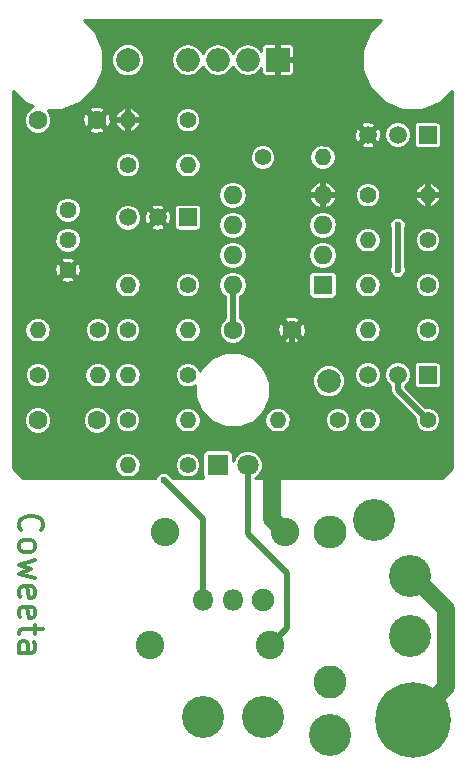
<source format=gbr>
G04 #@! TF.FileFunction,Copper,L1,Top,Signal*
%FSLAX46Y46*%
G04 Gerber Fmt 4.6, Leading zero omitted, Abs format (unit mm)*
G04 Created by KiCad (PCBNEW 4.0.6-e0-6349~53~ubuntu16.04.1) date Wed May 31 11:55:21 2017*
%MOMM*%
%LPD*%
G01*
G04 APERTURE LIST*
%ADD10C,0.100000*%
%ADD11C,0.300000*%
%ADD12C,3.556000*%
%ADD13C,2.413000*%
%ADD14O,2.413000X2.413000*%
%ADD15O,1.800000X1.800000*%
%ADD16C,1.905000*%
%ADD17C,1.600000*%
%ADD18R,1.800000X1.800000*%
%ADD19C,1.800000*%
%ADD20O,1.998980X1.998980*%
%ADD21R,1.998980X1.998980*%
%ADD22C,1.400000*%
%ADD23O,1.400000X1.400000*%
%ADD24C,1.440000*%
%ADD25C,1.998980*%
%ADD26C,2.794000*%
%ADD27O,2.794000X2.794000*%
%ADD28C,1.520000*%
%ADD29R,1.520000X1.520000*%
%ADD30C,6.400000*%
%ADD31R,1.600000X1.600000*%
%ADD32O,1.600000X1.600000*%
%ADD33C,0.600000*%
%ADD34C,0.508000*%
%ADD35C,1.524000*%
%ADD36C,0.254000*%
G04 APERTURE END LIST*
D10*
D11*
X1179286Y-43663810D02*
X1082524Y-43567048D01*
X985762Y-43276763D01*
X985762Y-43083239D01*
X1082524Y-42792953D01*
X1276048Y-42599429D01*
X1469571Y-42502668D01*
X1856619Y-42405906D01*
X2146905Y-42405906D01*
X2533952Y-42502668D01*
X2727476Y-42599429D01*
X2921000Y-42792953D01*
X3017762Y-43083239D01*
X3017762Y-43276763D01*
X2921000Y-43567048D01*
X2824238Y-43663810D01*
X985762Y-44824953D02*
X1082524Y-44631429D01*
X1179286Y-44534668D01*
X1372810Y-44437906D01*
X1953381Y-44437906D01*
X2146905Y-44534668D01*
X2243667Y-44631429D01*
X2340429Y-44824953D01*
X2340429Y-45115239D01*
X2243667Y-45308763D01*
X2146905Y-45405525D01*
X1953381Y-45502287D01*
X1372810Y-45502287D01*
X1179286Y-45405525D01*
X1082524Y-45308763D01*
X985762Y-45115239D01*
X985762Y-44824953D01*
X2340429Y-46179620D02*
X985762Y-46566667D01*
X1953381Y-46953715D01*
X985762Y-47340763D01*
X2340429Y-47727810D01*
X1082524Y-49276001D02*
X985762Y-49082477D01*
X985762Y-48695429D01*
X1082524Y-48501906D01*
X1276048Y-48405144D01*
X2050143Y-48405144D01*
X2243667Y-48501906D01*
X2340429Y-48695429D01*
X2340429Y-49082477D01*
X2243667Y-49276001D01*
X2050143Y-49372763D01*
X1856619Y-49372763D01*
X1663095Y-48405144D01*
X1082524Y-51017715D02*
X985762Y-50824191D01*
X985762Y-50437143D01*
X1082524Y-50243620D01*
X1276048Y-50146858D01*
X2050143Y-50146858D01*
X2243667Y-50243620D01*
X2340429Y-50437143D01*
X2340429Y-50824191D01*
X2243667Y-51017715D01*
X2050143Y-51114477D01*
X1856619Y-51114477D01*
X1663095Y-50146858D01*
X2340429Y-51695048D02*
X2340429Y-52469143D01*
X3017762Y-51985334D02*
X1276048Y-51985334D01*
X1082524Y-52082095D01*
X985762Y-52275619D01*
X985762Y-52469143D01*
X985762Y-54017334D02*
X2050143Y-54017334D01*
X2243667Y-53920572D01*
X2340429Y-53727048D01*
X2340429Y-53340000D01*
X2243667Y-53146477D01*
X1082524Y-54017334D02*
X985762Y-53823810D01*
X985762Y-53340000D01*
X1082524Y-53146477D01*
X1276048Y-53049715D01*
X1469571Y-53049715D01*
X1663095Y-53146477D01*
X1759857Y-53340000D01*
X1759857Y-53823810D01*
X1856619Y-54017334D01*
D12*
X34036000Y-47498000D03*
X34036000Y-52578000D03*
D13*
X22225000Y-53340000D03*
D14*
X12065000Y-53340000D03*
D13*
X13335000Y-43815000D03*
D14*
X23495000Y-43815000D03*
D12*
X27305000Y-60960000D03*
X21590000Y-59436000D03*
X16510000Y-59436000D03*
D15*
X16510000Y-49530000D03*
X19050000Y-49530000D03*
D16*
X21590000Y-49530000D03*
D17*
X19050000Y-26670000D03*
X24050000Y-26670000D03*
X2540000Y-8890000D03*
X7540000Y-8890000D03*
X2540000Y-34290000D03*
X7540000Y-34290000D03*
D18*
X17780000Y-38100000D03*
D19*
X20320000Y-38100000D03*
D20*
X15240000Y-3810000D03*
D21*
X22860000Y-3810000D03*
D20*
X20320000Y-3810000D03*
X17780000Y-3810000D03*
D22*
X10160000Y-12700000D03*
D23*
X15240000Y-12700000D03*
D22*
X15240000Y-8890000D03*
D23*
X10160000Y-8890000D03*
D22*
X15240000Y-22860000D03*
D23*
X10160000Y-22860000D03*
D22*
X7620000Y-26670000D03*
D23*
X2540000Y-26670000D03*
D22*
X2540000Y-30480000D03*
D23*
X7620000Y-30480000D03*
D22*
X27940000Y-34290000D03*
D23*
X22860000Y-34290000D03*
D22*
X35560000Y-19050000D03*
D23*
X30480000Y-19050000D03*
D22*
X30480000Y-15240000D03*
D23*
X35560000Y-15240000D03*
D22*
X35560000Y-26670000D03*
D23*
X30480000Y-26670000D03*
D22*
X10160000Y-26670000D03*
D23*
X15240000Y-26670000D03*
D22*
X15240000Y-30480000D03*
D23*
X10160000Y-30480000D03*
D22*
X15240000Y-38100000D03*
D23*
X10160000Y-38100000D03*
D22*
X10160000Y-34290000D03*
D23*
X15240000Y-34290000D03*
D24*
X5080000Y-16510000D03*
X5080000Y-19050000D03*
X5080000Y-21590000D03*
D25*
X10160000Y-3810000D03*
D22*
X21590000Y-12065000D03*
D23*
X26670000Y-12065000D03*
D22*
X35560000Y-34290000D03*
D23*
X30480000Y-34290000D03*
D22*
X35560000Y-22860000D03*
D23*
X30480000Y-22860000D03*
D26*
X27305000Y-56515000D03*
D27*
X27305000Y-43815000D03*
D12*
X31050000Y-42750000D03*
D28*
X33020000Y-10160000D03*
X30480000Y-10160000D03*
D29*
X35560000Y-10160000D03*
D28*
X33020000Y-30480000D03*
X30480000Y-30480000D03*
D29*
X35560000Y-30480000D03*
D28*
X12700000Y-17145000D03*
X10160000Y-17145000D03*
D29*
X15240000Y-17145000D03*
D30*
X34290000Y-59690000D03*
D31*
X26670000Y-22860000D03*
D32*
X19050000Y-15240000D03*
X26670000Y-20320000D03*
X19050000Y-17780000D03*
X26670000Y-17780000D03*
X19050000Y-20320000D03*
X26670000Y-15240000D03*
X19050000Y-22860000D03*
D25*
X27178000Y-30988000D03*
D33*
X13208000Y-39370000D03*
X33020000Y-17780000D03*
X33020000Y-21590000D03*
D34*
X19050000Y-26670000D02*
X19050000Y-22860000D01*
D35*
X22352000Y-37338000D02*
X22352000Y-42672000D01*
X22352000Y-42672000D02*
X23495000Y-43815000D01*
D34*
X24050000Y-31496000D02*
X24384000Y-31830000D01*
X24050000Y-31496000D02*
X24050000Y-26670000D01*
X24384000Y-31830000D02*
X24384000Y-35052000D01*
X24384000Y-35052000D02*
X24384000Y-35306000D01*
X24384000Y-35306000D02*
X22352000Y-37338000D01*
D35*
X34290000Y-47625000D02*
X34417000Y-47625000D01*
X34417000Y-47625000D02*
X37084000Y-50292000D01*
X37084000Y-56896000D02*
X34290000Y-59690000D01*
X37084000Y-50292000D02*
X37084000Y-56896000D01*
D36*
X27017999Y-43527999D02*
X26924000Y-43434000D01*
D34*
X16510000Y-42672000D02*
X13208000Y-39370000D01*
X16510000Y-42672000D02*
X16510000Y-49530000D01*
X33020000Y-21590000D02*
X33020000Y-17780000D01*
X23114000Y-46736000D02*
X23622000Y-47244000D01*
X22225000Y-53340000D02*
X23622000Y-51943000D01*
X23622000Y-51943000D02*
X23622000Y-47244000D01*
X23114000Y-46736000D02*
X20320000Y-43942000D01*
X20320000Y-43942000D02*
X20320000Y-38100000D01*
X35560000Y-34290000D02*
X33020000Y-31750000D01*
X33020000Y-31750000D02*
X33020000Y-30480000D01*
D36*
G36*
X30674723Y-1389783D02*
X30023743Y-2957518D01*
X30022261Y-4655035D01*
X30670505Y-6223903D01*
X31869783Y-7425277D01*
X33437518Y-8076257D01*
X35135035Y-8077739D01*
X36703903Y-7429495D01*
X37669000Y-6466082D01*
X37669000Y-38351394D01*
X36777394Y-39243000D01*
X20955000Y-39243000D01*
X20955000Y-39223667D01*
X21044680Y-39186612D01*
X21405345Y-38826575D01*
X21600777Y-38355924D01*
X21601222Y-37846311D01*
X21406612Y-37375320D01*
X21046575Y-37014655D01*
X20575924Y-36819223D01*
X20066311Y-36818778D01*
X19595320Y-37013388D01*
X19234655Y-37373425D01*
X19068464Y-37773656D01*
X19068464Y-37200000D01*
X19041897Y-37058810D01*
X18958454Y-36929135D01*
X18831134Y-36842141D01*
X18680000Y-36811536D01*
X16880000Y-36811536D01*
X16738810Y-36838103D01*
X16609135Y-36921546D01*
X16522141Y-37048866D01*
X16491536Y-37200000D01*
X16491536Y-39000000D01*
X16518103Y-39141190D01*
X16583615Y-39243000D01*
X13979026Y-39243000D01*
X13831350Y-39095324D01*
X13785661Y-38984748D01*
X13594259Y-38793013D01*
X13344054Y-38689118D01*
X13073135Y-38688882D01*
X12822748Y-38792339D01*
X12631013Y-38983741D01*
X12527118Y-39233946D01*
X12527110Y-39243000D01*
X1322606Y-39243000D01*
X431000Y-38351394D01*
X431000Y-38100000D01*
X9057822Y-38100000D01*
X9140108Y-38513681D01*
X9374440Y-38864382D01*
X9725141Y-39098714D01*
X10138822Y-39181000D01*
X10181178Y-39181000D01*
X10594859Y-39098714D01*
X10945560Y-38864382D01*
X11179892Y-38513681D01*
X11219594Y-38314081D01*
X14158813Y-38314081D01*
X14323038Y-38711537D01*
X14626863Y-39015893D01*
X15024032Y-39180812D01*
X15454081Y-39181187D01*
X15851537Y-39016962D01*
X16155893Y-38713137D01*
X16320812Y-38315968D01*
X16321187Y-37885919D01*
X16156962Y-37488463D01*
X15853137Y-37184107D01*
X15455968Y-37019188D01*
X15025919Y-37018813D01*
X14628463Y-37183038D01*
X14324107Y-37486863D01*
X14159188Y-37884032D01*
X14158813Y-38314081D01*
X11219594Y-38314081D01*
X11262178Y-38100000D01*
X11179892Y-37686319D01*
X10945560Y-37335618D01*
X10594859Y-37101286D01*
X10181178Y-37019000D01*
X10138822Y-37019000D01*
X9725141Y-37101286D01*
X9374440Y-37335618D01*
X9140108Y-37686319D01*
X9057822Y-38100000D01*
X431000Y-38100000D01*
X431000Y-34523885D01*
X1358796Y-34523885D01*
X1538213Y-34958109D01*
X1870144Y-35290619D01*
X2304054Y-35470794D01*
X2773885Y-35471204D01*
X3208109Y-35291787D01*
X3540619Y-34959856D01*
X3720794Y-34525946D01*
X3720795Y-34523885D01*
X6358796Y-34523885D01*
X6538213Y-34958109D01*
X6870144Y-35290619D01*
X7304054Y-35470794D01*
X7773885Y-35471204D01*
X8208109Y-35291787D01*
X8540619Y-34959856D01*
X8720794Y-34525946D01*
X8720813Y-34504081D01*
X9078813Y-34504081D01*
X9243038Y-34901537D01*
X9546863Y-35205893D01*
X9944032Y-35370812D01*
X10374081Y-35371187D01*
X10771537Y-35206962D01*
X11075893Y-34903137D01*
X11240812Y-34505968D01*
X11241000Y-34290000D01*
X14137822Y-34290000D01*
X14220108Y-34703681D01*
X14454440Y-35054382D01*
X14805141Y-35288714D01*
X15218822Y-35371000D01*
X15261178Y-35371000D01*
X15674859Y-35288714D01*
X16025560Y-35054382D01*
X16259892Y-34703681D01*
X16342178Y-34290000D01*
X16259892Y-33876319D01*
X16025560Y-33525618D01*
X15674859Y-33291286D01*
X15261178Y-33209000D01*
X15218822Y-33209000D01*
X14805141Y-33291286D01*
X14454440Y-33525618D01*
X14220108Y-33876319D01*
X14137822Y-34290000D01*
X11241000Y-34290000D01*
X11241187Y-34075919D01*
X11076962Y-33678463D01*
X10773137Y-33374107D01*
X10375968Y-33209188D01*
X9945919Y-33208813D01*
X9548463Y-33373038D01*
X9244107Y-33676863D01*
X9079188Y-34074032D01*
X9078813Y-34504081D01*
X8720813Y-34504081D01*
X8721204Y-34056115D01*
X8541787Y-33621891D01*
X8209856Y-33289381D01*
X7775946Y-33109206D01*
X7306115Y-33108796D01*
X6871891Y-33288213D01*
X6539381Y-33620144D01*
X6359206Y-34054054D01*
X6358796Y-34523885D01*
X3720795Y-34523885D01*
X3721204Y-34056115D01*
X3541787Y-33621891D01*
X3209856Y-33289381D01*
X2775946Y-33109206D01*
X2306115Y-33108796D01*
X1871891Y-33288213D01*
X1539381Y-33620144D01*
X1359206Y-34054054D01*
X1358796Y-34523885D01*
X431000Y-34523885D01*
X431000Y-30694081D01*
X1458813Y-30694081D01*
X1623038Y-31091537D01*
X1926863Y-31395893D01*
X2324032Y-31560812D01*
X2754081Y-31561187D01*
X3151537Y-31396962D01*
X3455893Y-31093137D01*
X3620812Y-30695968D01*
X3621000Y-30480000D01*
X6517822Y-30480000D01*
X6600108Y-30893681D01*
X6834440Y-31244382D01*
X7185141Y-31478714D01*
X7598822Y-31561000D01*
X7641178Y-31561000D01*
X8054859Y-31478714D01*
X8405560Y-31244382D01*
X8639892Y-30893681D01*
X8722178Y-30480000D01*
X9057822Y-30480000D01*
X9140108Y-30893681D01*
X9374440Y-31244382D01*
X9725141Y-31478714D01*
X10138822Y-31561000D01*
X10181178Y-31561000D01*
X10594859Y-31478714D01*
X10945560Y-31244382D01*
X11179892Y-30893681D01*
X11219594Y-30694081D01*
X14158813Y-30694081D01*
X14323038Y-31091537D01*
X14626863Y-31395893D01*
X15024032Y-31560812D01*
X15454081Y-31561187D01*
X15851537Y-31396962D01*
X15875327Y-31373213D01*
X15874450Y-32378776D01*
X16356796Y-33546143D01*
X17249159Y-34440065D01*
X18415683Y-34924448D01*
X19678776Y-34925550D01*
X20846143Y-34443204D01*
X20999614Y-34290000D01*
X21757822Y-34290000D01*
X21840108Y-34703681D01*
X22074440Y-35054382D01*
X22425141Y-35288714D01*
X22838822Y-35371000D01*
X22881178Y-35371000D01*
X23294859Y-35288714D01*
X23645560Y-35054382D01*
X23879892Y-34703681D01*
X23919594Y-34504081D01*
X26858813Y-34504081D01*
X27023038Y-34901537D01*
X27326863Y-35205893D01*
X27724032Y-35370812D01*
X28154081Y-35371187D01*
X28551537Y-35206962D01*
X28855893Y-34903137D01*
X29020812Y-34505968D01*
X29021000Y-34290000D01*
X29377822Y-34290000D01*
X29460108Y-34703681D01*
X29694440Y-35054382D01*
X30045141Y-35288714D01*
X30458822Y-35371000D01*
X30501178Y-35371000D01*
X30914859Y-35288714D01*
X31265560Y-35054382D01*
X31499892Y-34703681D01*
X31582178Y-34290000D01*
X31499892Y-33876319D01*
X31265560Y-33525618D01*
X30914859Y-33291286D01*
X30501178Y-33209000D01*
X30458822Y-33209000D01*
X30045141Y-33291286D01*
X29694440Y-33525618D01*
X29460108Y-33876319D01*
X29377822Y-34290000D01*
X29021000Y-34290000D01*
X29021187Y-34075919D01*
X28856962Y-33678463D01*
X28553137Y-33374107D01*
X28155968Y-33209188D01*
X27725919Y-33208813D01*
X27328463Y-33373038D01*
X27024107Y-33676863D01*
X26859188Y-34074032D01*
X26858813Y-34504081D01*
X23919594Y-34504081D01*
X23962178Y-34290000D01*
X23879892Y-33876319D01*
X23645560Y-33525618D01*
X23294859Y-33291286D01*
X22881178Y-33209000D01*
X22838822Y-33209000D01*
X22425141Y-33291286D01*
X22074440Y-33525618D01*
X21840108Y-33876319D01*
X21757822Y-34290000D01*
X20999614Y-34290000D01*
X21740065Y-33550841D01*
X22224448Y-32384317D01*
X22225427Y-31261392D01*
X25797271Y-31261392D01*
X26006995Y-31768963D01*
X26394994Y-32157640D01*
X26902199Y-32368249D01*
X27451392Y-32368729D01*
X27958963Y-32159005D01*
X28347640Y-31771006D01*
X28558249Y-31263801D01*
X28558729Y-30714608D01*
X28555157Y-30705963D01*
X29338802Y-30705963D01*
X29512143Y-31125480D01*
X29832831Y-31446729D01*
X30252045Y-31620802D01*
X30705963Y-31621198D01*
X31125480Y-31447857D01*
X31446729Y-31127169D01*
X31620802Y-30707955D01*
X31620803Y-30705963D01*
X31878802Y-30705963D01*
X32052143Y-31125480D01*
X32372831Y-31446729D01*
X32385000Y-31451782D01*
X32385000Y-31750000D01*
X32433336Y-31993004D01*
X32570987Y-32199013D01*
X34479159Y-34107184D01*
X34478813Y-34504081D01*
X34643038Y-34901537D01*
X34946863Y-35205893D01*
X35344032Y-35370812D01*
X35774081Y-35371187D01*
X36171537Y-35206962D01*
X36475893Y-34903137D01*
X36640812Y-34505968D01*
X36641187Y-34075919D01*
X36476962Y-33678463D01*
X36173137Y-33374107D01*
X35775968Y-33209188D01*
X35376865Y-33208840D01*
X33655000Y-31486974D01*
X33655000Y-31452187D01*
X33665480Y-31447857D01*
X33986729Y-31127169D01*
X34160802Y-30707955D01*
X34161198Y-30254037D01*
X33987857Y-29834520D01*
X33873537Y-29720000D01*
X34411536Y-29720000D01*
X34411536Y-31240000D01*
X34438103Y-31381190D01*
X34521546Y-31510865D01*
X34648866Y-31597859D01*
X34800000Y-31628464D01*
X36320000Y-31628464D01*
X36461190Y-31601897D01*
X36590865Y-31518454D01*
X36677859Y-31391134D01*
X36708464Y-31240000D01*
X36708464Y-29720000D01*
X36681897Y-29578810D01*
X36598454Y-29449135D01*
X36471134Y-29362141D01*
X36320000Y-29331536D01*
X34800000Y-29331536D01*
X34658810Y-29358103D01*
X34529135Y-29441546D01*
X34442141Y-29568866D01*
X34411536Y-29720000D01*
X33873537Y-29720000D01*
X33667169Y-29513271D01*
X33247955Y-29339198D01*
X32794037Y-29338802D01*
X32374520Y-29512143D01*
X32053271Y-29832831D01*
X31879198Y-30252045D01*
X31878802Y-30705963D01*
X31620803Y-30705963D01*
X31621198Y-30254037D01*
X31447857Y-29834520D01*
X31127169Y-29513271D01*
X30707955Y-29339198D01*
X30254037Y-29338802D01*
X29834520Y-29512143D01*
X29513271Y-29832831D01*
X29339198Y-30252045D01*
X29338802Y-30705963D01*
X28555157Y-30705963D01*
X28349005Y-30207037D01*
X27961006Y-29818360D01*
X27453801Y-29607751D01*
X26904608Y-29607271D01*
X26397037Y-29816995D01*
X26008360Y-30204994D01*
X25797751Y-30712199D01*
X25797271Y-31261392D01*
X22225427Y-31261392D01*
X22225550Y-31121224D01*
X21743204Y-29953857D01*
X20850841Y-29059935D01*
X19684317Y-28575552D01*
X18421224Y-28574450D01*
X17253857Y-29056796D01*
X16359935Y-29949159D01*
X16274910Y-30153921D01*
X16156962Y-29868463D01*
X15853137Y-29564107D01*
X15455968Y-29399188D01*
X15025919Y-29398813D01*
X14628463Y-29563038D01*
X14324107Y-29866863D01*
X14159188Y-30264032D01*
X14158813Y-30694081D01*
X11219594Y-30694081D01*
X11262178Y-30480000D01*
X11179892Y-30066319D01*
X10945560Y-29715618D01*
X10594859Y-29481286D01*
X10181178Y-29399000D01*
X10138822Y-29399000D01*
X9725141Y-29481286D01*
X9374440Y-29715618D01*
X9140108Y-30066319D01*
X9057822Y-30480000D01*
X8722178Y-30480000D01*
X8639892Y-30066319D01*
X8405560Y-29715618D01*
X8054859Y-29481286D01*
X7641178Y-29399000D01*
X7598822Y-29399000D01*
X7185141Y-29481286D01*
X6834440Y-29715618D01*
X6600108Y-30066319D01*
X6517822Y-30480000D01*
X3621000Y-30480000D01*
X3621187Y-30265919D01*
X3456962Y-29868463D01*
X3153137Y-29564107D01*
X2755968Y-29399188D01*
X2325919Y-29398813D01*
X1928463Y-29563038D01*
X1624107Y-29866863D01*
X1459188Y-30264032D01*
X1458813Y-30694081D01*
X431000Y-30694081D01*
X431000Y-26670000D01*
X1437822Y-26670000D01*
X1520108Y-27083681D01*
X1754440Y-27434382D01*
X2105141Y-27668714D01*
X2518822Y-27751000D01*
X2561178Y-27751000D01*
X2974859Y-27668714D01*
X3325560Y-27434382D01*
X3559892Y-27083681D01*
X3599594Y-26884081D01*
X6538813Y-26884081D01*
X6703038Y-27281537D01*
X7006863Y-27585893D01*
X7404032Y-27750812D01*
X7834081Y-27751187D01*
X8231537Y-27586962D01*
X8535893Y-27283137D01*
X8700812Y-26885968D01*
X8700813Y-26884081D01*
X9078813Y-26884081D01*
X9243038Y-27281537D01*
X9546863Y-27585893D01*
X9944032Y-27750812D01*
X10374081Y-27751187D01*
X10771537Y-27586962D01*
X11075893Y-27283137D01*
X11240812Y-26885968D01*
X11241000Y-26670000D01*
X14137822Y-26670000D01*
X14220108Y-27083681D01*
X14454440Y-27434382D01*
X14805141Y-27668714D01*
X15218822Y-27751000D01*
X15261178Y-27751000D01*
X15674859Y-27668714D01*
X16025560Y-27434382D01*
X16259892Y-27083681D01*
X16342178Y-26670000D01*
X16259892Y-26256319D01*
X16025560Y-25905618D01*
X15674859Y-25671286D01*
X15261178Y-25589000D01*
X15218822Y-25589000D01*
X14805141Y-25671286D01*
X14454440Y-25905618D01*
X14220108Y-26256319D01*
X14137822Y-26670000D01*
X11241000Y-26670000D01*
X11241187Y-26455919D01*
X11076962Y-26058463D01*
X10773137Y-25754107D01*
X10375968Y-25589188D01*
X9945919Y-25588813D01*
X9548463Y-25753038D01*
X9244107Y-26056863D01*
X9079188Y-26454032D01*
X9078813Y-26884081D01*
X8700813Y-26884081D01*
X8701187Y-26455919D01*
X8536962Y-26058463D01*
X8233137Y-25754107D01*
X7835968Y-25589188D01*
X7405919Y-25588813D01*
X7008463Y-25753038D01*
X6704107Y-26056863D01*
X6539188Y-26454032D01*
X6538813Y-26884081D01*
X3599594Y-26884081D01*
X3642178Y-26670000D01*
X3559892Y-26256319D01*
X3325560Y-25905618D01*
X2974859Y-25671286D01*
X2561178Y-25589000D01*
X2518822Y-25589000D01*
X2105141Y-25671286D01*
X1754440Y-25905618D01*
X1520108Y-26256319D01*
X1437822Y-26670000D01*
X431000Y-26670000D01*
X431000Y-22860000D01*
X9057822Y-22860000D01*
X9140108Y-23273681D01*
X9374440Y-23624382D01*
X9725141Y-23858714D01*
X10138822Y-23941000D01*
X10181178Y-23941000D01*
X10594859Y-23858714D01*
X10945560Y-23624382D01*
X11179892Y-23273681D01*
X11219594Y-23074081D01*
X14158813Y-23074081D01*
X14323038Y-23471537D01*
X14626863Y-23775893D01*
X15024032Y-23940812D01*
X15454081Y-23941187D01*
X15851537Y-23776962D01*
X16155893Y-23473137D01*
X16320812Y-23075968D01*
X16321000Y-22860000D01*
X17845863Y-22860000D01*
X17935761Y-23311949D01*
X18191770Y-23695093D01*
X18415000Y-23844251D01*
X18415000Y-25654533D01*
X18381891Y-25668213D01*
X18049381Y-26000144D01*
X17869206Y-26434054D01*
X17868796Y-26903885D01*
X18048213Y-27338109D01*
X18380144Y-27670619D01*
X18814054Y-27850794D01*
X19283885Y-27851204D01*
X19718109Y-27671787D01*
X19851384Y-27538744D01*
X23360861Y-27538744D01*
X23448918Y-27713383D01*
X23893959Y-27863984D01*
X24362755Y-27832812D01*
X24651082Y-27713383D01*
X24739139Y-27538744D01*
X24050000Y-26849605D01*
X23360861Y-27538744D01*
X19851384Y-27538744D01*
X20050619Y-27339856D01*
X20230794Y-26905946D01*
X20231136Y-26513959D01*
X22856016Y-26513959D01*
X22887188Y-26982755D01*
X23006617Y-27271082D01*
X23181256Y-27359139D01*
X23870395Y-26670000D01*
X24229605Y-26670000D01*
X24918744Y-27359139D01*
X25093383Y-27271082D01*
X25243984Y-26826041D01*
X25233609Y-26670000D01*
X29377822Y-26670000D01*
X29460108Y-27083681D01*
X29694440Y-27434382D01*
X30045141Y-27668714D01*
X30458822Y-27751000D01*
X30501178Y-27751000D01*
X30914859Y-27668714D01*
X31265560Y-27434382D01*
X31499892Y-27083681D01*
X31539594Y-26884081D01*
X34478813Y-26884081D01*
X34643038Y-27281537D01*
X34946863Y-27585893D01*
X35344032Y-27750812D01*
X35774081Y-27751187D01*
X36171537Y-27586962D01*
X36475893Y-27283137D01*
X36640812Y-26885968D01*
X36641187Y-26455919D01*
X36476962Y-26058463D01*
X36173137Y-25754107D01*
X35775968Y-25589188D01*
X35345919Y-25588813D01*
X34948463Y-25753038D01*
X34644107Y-26056863D01*
X34479188Y-26454032D01*
X34478813Y-26884081D01*
X31539594Y-26884081D01*
X31582178Y-26670000D01*
X31499892Y-26256319D01*
X31265560Y-25905618D01*
X30914859Y-25671286D01*
X30501178Y-25589000D01*
X30458822Y-25589000D01*
X30045141Y-25671286D01*
X29694440Y-25905618D01*
X29460108Y-26256319D01*
X29377822Y-26670000D01*
X25233609Y-26670000D01*
X25212812Y-26357245D01*
X25093383Y-26068918D01*
X24918744Y-25980861D01*
X24229605Y-26670000D01*
X23870395Y-26670000D01*
X23181256Y-25980861D01*
X23006617Y-26068918D01*
X22856016Y-26513959D01*
X20231136Y-26513959D01*
X20231204Y-26436115D01*
X20051787Y-26001891D01*
X19851502Y-25801256D01*
X23360861Y-25801256D01*
X24050000Y-26490395D01*
X24739139Y-25801256D01*
X24651082Y-25626617D01*
X24206041Y-25476016D01*
X23737245Y-25507188D01*
X23448918Y-25626617D01*
X23360861Y-25801256D01*
X19851502Y-25801256D01*
X19719856Y-25669381D01*
X19685000Y-25654908D01*
X19685000Y-23844251D01*
X19908230Y-23695093D01*
X20164239Y-23311949D01*
X20254137Y-22860000D01*
X20164239Y-22408051D01*
X19931679Y-22060000D01*
X25481536Y-22060000D01*
X25481536Y-23660000D01*
X25508103Y-23801190D01*
X25591546Y-23930865D01*
X25718866Y-24017859D01*
X25870000Y-24048464D01*
X27470000Y-24048464D01*
X27611190Y-24021897D01*
X27740865Y-23938454D01*
X27827859Y-23811134D01*
X27858464Y-23660000D01*
X27858464Y-22860000D01*
X29377822Y-22860000D01*
X29460108Y-23273681D01*
X29694440Y-23624382D01*
X30045141Y-23858714D01*
X30458822Y-23941000D01*
X30501178Y-23941000D01*
X30914859Y-23858714D01*
X31265560Y-23624382D01*
X31499892Y-23273681D01*
X31539594Y-23074081D01*
X34478813Y-23074081D01*
X34643038Y-23471537D01*
X34946863Y-23775893D01*
X35344032Y-23940812D01*
X35774081Y-23941187D01*
X36171537Y-23776962D01*
X36475893Y-23473137D01*
X36640812Y-23075968D01*
X36641187Y-22645919D01*
X36476962Y-22248463D01*
X36173137Y-21944107D01*
X35775968Y-21779188D01*
X35345919Y-21778813D01*
X34948463Y-21943038D01*
X34644107Y-22246863D01*
X34479188Y-22644032D01*
X34478813Y-23074081D01*
X31539594Y-23074081D01*
X31582178Y-22860000D01*
X31499892Y-22446319D01*
X31265560Y-22095618D01*
X30914859Y-21861286D01*
X30501178Y-21779000D01*
X30458822Y-21779000D01*
X30045141Y-21861286D01*
X29694440Y-22095618D01*
X29460108Y-22446319D01*
X29377822Y-22860000D01*
X27858464Y-22860000D01*
X27858464Y-22060000D01*
X27831897Y-21918810D01*
X27748454Y-21789135D01*
X27621134Y-21702141D01*
X27470000Y-21671536D01*
X25870000Y-21671536D01*
X25728810Y-21698103D01*
X25599135Y-21781546D01*
X25512141Y-21908866D01*
X25481536Y-22060000D01*
X19931679Y-22060000D01*
X19908230Y-22024907D01*
X19525086Y-21768898D01*
X19073137Y-21679000D01*
X19026863Y-21679000D01*
X18574914Y-21768898D01*
X18191770Y-22024907D01*
X17935761Y-22408051D01*
X17845863Y-22860000D01*
X16321000Y-22860000D01*
X16321187Y-22645919D01*
X16156962Y-22248463D01*
X15853137Y-21944107D01*
X15455968Y-21779188D01*
X15025919Y-21778813D01*
X14628463Y-21943038D01*
X14324107Y-22246863D01*
X14159188Y-22644032D01*
X14158813Y-23074081D01*
X11219594Y-23074081D01*
X11262178Y-22860000D01*
X11179892Y-22446319D01*
X10945560Y-22095618D01*
X10594859Y-21861286D01*
X10181178Y-21779000D01*
X10138822Y-21779000D01*
X9725141Y-21861286D01*
X9374440Y-22095618D01*
X9140108Y-22446319D01*
X9057822Y-22860000D01*
X431000Y-22860000D01*
X431000Y-22400655D01*
X4448950Y-22400655D01*
X4527151Y-22566997D01*
X4943115Y-22704193D01*
X5379917Y-22671764D01*
X5632849Y-22566997D01*
X5711050Y-22400655D01*
X5080000Y-21769605D01*
X4448950Y-22400655D01*
X431000Y-22400655D01*
X431000Y-21453115D01*
X3965807Y-21453115D01*
X3998236Y-21889917D01*
X4103003Y-22142849D01*
X4269345Y-22221050D01*
X4900395Y-21590000D01*
X5259605Y-21590000D01*
X5890655Y-22221050D01*
X6056997Y-22142849D01*
X6194193Y-21726885D01*
X6161764Y-21290083D01*
X6056997Y-21037151D01*
X5890655Y-20958950D01*
X5259605Y-21590000D01*
X4900395Y-21590000D01*
X4269345Y-20958950D01*
X4103003Y-21037151D01*
X3965807Y-21453115D01*
X431000Y-21453115D01*
X431000Y-20779345D01*
X4448950Y-20779345D01*
X5080000Y-21410395D01*
X5711050Y-20779345D01*
X5632849Y-20613003D01*
X5216885Y-20475807D01*
X4780083Y-20508236D01*
X4527151Y-20613003D01*
X4448950Y-20779345D01*
X431000Y-20779345D01*
X431000Y-20320000D01*
X17845863Y-20320000D01*
X17935761Y-20771949D01*
X18191770Y-21155093D01*
X18574914Y-21411102D01*
X19026863Y-21501000D01*
X19073137Y-21501000D01*
X19525086Y-21411102D01*
X19908230Y-21155093D01*
X20164239Y-20771949D01*
X20254137Y-20320000D01*
X25465863Y-20320000D01*
X25555761Y-20771949D01*
X25811770Y-21155093D01*
X26194914Y-21411102D01*
X26646863Y-21501000D01*
X26693137Y-21501000D01*
X27145086Y-21411102D01*
X27528230Y-21155093D01*
X27784239Y-20771949D01*
X27874137Y-20320000D01*
X27784239Y-19868051D01*
X27528230Y-19484907D01*
X27145086Y-19228898D01*
X26693137Y-19139000D01*
X26646863Y-19139000D01*
X26194914Y-19228898D01*
X25811770Y-19484907D01*
X25555761Y-19868051D01*
X25465863Y-20320000D01*
X20254137Y-20320000D01*
X20164239Y-19868051D01*
X19908230Y-19484907D01*
X19525086Y-19228898D01*
X19073137Y-19139000D01*
X19026863Y-19139000D01*
X18574914Y-19228898D01*
X18191770Y-19484907D01*
X17935761Y-19868051D01*
X17845863Y-20320000D01*
X431000Y-20320000D01*
X431000Y-19268042D01*
X3978809Y-19268042D01*
X4146073Y-19672852D01*
X4455519Y-19982838D01*
X4860037Y-20150809D01*
X5298042Y-20151191D01*
X5702852Y-19983927D01*
X6012838Y-19674481D01*
X6180809Y-19269963D01*
X6181000Y-19050000D01*
X29377822Y-19050000D01*
X29460108Y-19463681D01*
X29694440Y-19814382D01*
X30045141Y-20048714D01*
X30458822Y-20131000D01*
X30501178Y-20131000D01*
X30914859Y-20048714D01*
X31265560Y-19814382D01*
X31499892Y-19463681D01*
X31582178Y-19050000D01*
X31499892Y-18636319D01*
X31265560Y-18285618D01*
X30914859Y-18051286D01*
X30501178Y-17969000D01*
X30458822Y-17969000D01*
X30045141Y-18051286D01*
X29694440Y-18285618D01*
X29460108Y-18636319D01*
X29377822Y-19050000D01*
X6181000Y-19050000D01*
X6181191Y-18831958D01*
X6013927Y-18427148D01*
X5704481Y-18117162D01*
X5299963Y-17949191D01*
X4861958Y-17948809D01*
X4457148Y-18116073D01*
X4147162Y-18425519D01*
X3979191Y-18830037D01*
X3978809Y-19268042D01*
X431000Y-19268042D01*
X431000Y-16728042D01*
X3978809Y-16728042D01*
X4146073Y-17132852D01*
X4455519Y-17442838D01*
X4860037Y-17610809D01*
X5298042Y-17611191D01*
X5702852Y-17443927D01*
X5775943Y-17370963D01*
X9018802Y-17370963D01*
X9192143Y-17790480D01*
X9512831Y-18111729D01*
X9932045Y-18285802D01*
X10385963Y-18286198D01*
X10805480Y-18112857D01*
X10933853Y-17984708D01*
X12039897Y-17984708D01*
X12123029Y-18155197D01*
X12553534Y-18299097D01*
X13006337Y-18267297D01*
X13276971Y-18155197D01*
X13360103Y-17984708D01*
X12700000Y-17324605D01*
X12039897Y-17984708D01*
X10933853Y-17984708D01*
X11126729Y-17792169D01*
X11300802Y-17372955D01*
X11301128Y-16998534D01*
X11545903Y-16998534D01*
X11577703Y-17451337D01*
X11689803Y-17721971D01*
X11860292Y-17805103D01*
X12520395Y-17145000D01*
X12879605Y-17145000D01*
X13539708Y-17805103D01*
X13710197Y-17721971D01*
X13854097Y-17291466D01*
X13822297Y-16838663D01*
X13710197Y-16568029D01*
X13539708Y-16484897D01*
X12879605Y-17145000D01*
X12520395Y-17145000D01*
X11860292Y-16484897D01*
X11689803Y-16568029D01*
X11545903Y-16998534D01*
X11301128Y-16998534D01*
X11301198Y-16919037D01*
X11127857Y-16499520D01*
X10933969Y-16305292D01*
X12039897Y-16305292D01*
X12700000Y-16965395D01*
X13280395Y-16385000D01*
X14091536Y-16385000D01*
X14091536Y-17905000D01*
X14118103Y-18046190D01*
X14201546Y-18175865D01*
X14328866Y-18262859D01*
X14480000Y-18293464D01*
X16000000Y-18293464D01*
X16141190Y-18266897D01*
X16270865Y-18183454D01*
X16357859Y-18056134D01*
X16388464Y-17905000D01*
X16388464Y-17780000D01*
X17845863Y-17780000D01*
X17935761Y-18231949D01*
X18191770Y-18615093D01*
X18574914Y-18871102D01*
X19026863Y-18961000D01*
X19073137Y-18961000D01*
X19525086Y-18871102D01*
X19908230Y-18615093D01*
X20164239Y-18231949D01*
X20254137Y-17780000D01*
X25465863Y-17780000D01*
X25555761Y-18231949D01*
X25811770Y-18615093D01*
X26194914Y-18871102D01*
X26646863Y-18961000D01*
X26693137Y-18961000D01*
X27145086Y-18871102D01*
X27528230Y-18615093D01*
X27784239Y-18231949D01*
X27847310Y-17914865D01*
X32338882Y-17914865D01*
X32385000Y-18026480D01*
X32385000Y-21343451D01*
X32339118Y-21453946D01*
X32338882Y-21724865D01*
X32442339Y-21975252D01*
X32633741Y-22166987D01*
X32883946Y-22270882D01*
X33154865Y-22271118D01*
X33405252Y-22167661D01*
X33596987Y-21976259D01*
X33700882Y-21726054D01*
X33701118Y-21455135D01*
X33655000Y-21343520D01*
X33655000Y-19264081D01*
X34478813Y-19264081D01*
X34643038Y-19661537D01*
X34946863Y-19965893D01*
X35344032Y-20130812D01*
X35774081Y-20131187D01*
X36171537Y-19966962D01*
X36475893Y-19663137D01*
X36640812Y-19265968D01*
X36641187Y-18835919D01*
X36476962Y-18438463D01*
X36173137Y-18134107D01*
X35775968Y-17969188D01*
X35345919Y-17968813D01*
X34948463Y-18133038D01*
X34644107Y-18436863D01*
X34479188Y-18834032D01*
X34478813Y-19264081D01*
X33655000Y-19264081D01*
X33655000Y-18026549D01*
X33700882Y-17916054D01*
X33701118Y-17645135D01*
X33597661Y-17394748D01*
X33406259Y-17203013D01*
X33156054Y-17099118D01*
X32885135Y-17098882D01*
X32634748Y-17202339D01*
X32443013Y-17393741D01*
X32339118Y-17643946D01*
X32338882Y-17914865D01*
X27847310Y-17914865D01*
X27874137Y-17780000D01*
X27784239Y-17328051D01*
X27528230Y-16944907D01*
X27145086Y-16688898D01*
X26693137Y-16599000D01*
X26646863Y-16599000D01*
X26194914Y-16688898D01*
X25811770Y-16944907D01*
X25555761Y-17328051D01*
X25465863Y-17780000D01*
X20254137Y-17780000D01*
X20164239Y-17328051D01*
X19908230Y-16944907D01*
X19525086Y-16688898D01*
X19073137Y-16599000D01*
X19026863Y-16599000D01*
X18574914Y-16688898D01*
X18191770Y-16944907D01*
X17935761Y-17328051D01*
X17845863Y-17780000D01*
X16388464Y-17780000D01*
X16388464Y-16385000D01*
X16361897Y-16243810D01*
X16278454Y-16114135D01*
X16151134Y-16027141D01*
X16000000Y-15996536D01*
X14480000Y-15996536D01*
X14338810Y-16023103D01*
X14209135Y-16106546D01*
X14122141Y-16233866D01*
X14091536Y-16385000D01*
X13280395Y-16385000D01*
X13360103Y-16305292D01*
X13276971Y-16134803D01*
X12846466Y-15990903D01*
X12393663Y-16022703D01*
X12123029Y-16134803D01*
X12039897Y-16305292D01*
X10933969Y-16305292D01*
X10807169Y-16178271D01*
X10387955Y-16004198D01*
X9934037Y-16003802D01*
X9514520Y-16177143D01*
X9193271Y-16497831D01*
X9019198Y-16917045D01*
X9018802Y-17370963D01*
X5775943Y-17370963D01*
X6012838Y-17134481D01*
X6180809Y-16729963D01*
X6181191Y-16291958D01*
X6013927Y-15887148D01*
X5704481Y-15577162D01*
X5299963Y-15409191D01*
X4861958Y-15408809D01*
X4457148Y-15576073D01*
X4147162Y-15885519D01*
X3979191Y-16290037D01*
X3978809Y-16728042D01*
X431000Y-16728042D01*
X431000Y-15240000D01*
X17845863Y-15240000D01*
X17935761Y-15691949D01*
X18191770Y-16075093D01*
X18574914Y-16331102D01*
X19026863Y-16421000D01*
X19073137Y-16421000D01*
X19525086Y-16331102D01*
X19908230Y-16075093D01*
X20164239Y-15691949D01*
X20192650Y-15549114D01*
X25530171Y-15549114D01*
X25645433Y-15827411D01*
X25948216Y-16174782D01*
X26360884Y-16379841D01*
X26543000Y-16318914D01*
X26543000Y-15367000D01*
X26797000Y-15367000D01*
X26797000Y-16318914D01*
X26979116Y-16379841D01*
X27391784Y-16174782D01*
X27694567Y-15827411D01*
X27809829Y-15549114D01*
X27777720Y-15454081D01*
X29398813Y-15454081D01*
X29563038Y-15851537D01*
X29866863Y-16155893D01*
X30264032Y-16320812D01*
X30694081Y-16321187D01*
X31091537Y-16156962D01*
X31395893Y-15853137D01*
X31528671Y-15533371D01*
X34519570Y-15533371D01*
X34616849Y-15768258D01*
X34890798Y-16088975D01*
X35266627Y-16280443D01*
X35433000Y-16218277D01*
X35433000Y-15367000D01*
X35687000Y-15367000D01*
X35687000Y-16218277D01*
X35853373Y-16280443D01*
X36229202Y-16088975D01*
X36503151Y-15768258D01*
X36600430Y-15533371D01*
X36537535Y-15367000D01*
X35687000Y-15367000D01*
X35433000Y-15367000D01*
X34582465Y-15367000D01*
X34519570Y-15533371D01*
X31528671Y-15533371D01*
X31560812Y-15455968D01*
X31561187Y-15025919D01*
X31528426Y-14946629D01*
X34519570Y-14946629D01*
X34582465Y-15113000D01*
X35433000Y-15113000D01*
X35433000Y-14261723D01*
X35687000Y-14261723D01*
X35687000Y-15113000D01*
X36537535Y-15113000D01*
X36600430Y-14946629D01*
X36503151Y-14711742D01*
X36229202Y-14391025D01*
X35853373Y-14199557D01*
X35687000Y-14261723D01*
X35433000Y-14261723D01*
X35266627Y-14199557D01*
X34890798Y-14391025D01*
X34616849Y-14711742D01*
X34519570Y-14946629D01*
X31528426Y-14946629D01*
X31396962Y-14628463D01*
X31093137Y-14324107D01*
X30695968Y-14159188D01*
X30265919Y-14158813D01*
X29868463Y-14323038D01*
X29564107Y-14626863D01*
X29399188Y-15024032D01*
X29398813Y-15454081D01*
X27777720Y-15454081D01*
X27748297Y-15367000D01*
X26797000Y-15367000D01*
X26543000Y-15367000D01*
X25591703Y-15367000D01*
X25530171Y-15549114D01*
X20192650Y-15549114D01*
X20254137Y-15240000D01*
X20192651Y-14930886D01*
X25530171Y-14930886D01*
X25591703Y-15113000D01*
X26543000Y-15113000D01*
X26543000Y-14161086D01*
X26797000Y-14161086D01*
X26797000Y-15113000D01*
X27748297Y-15113000D01*
X27809829Y-14930886D01*
X27694567Y-14652589D01*
X27391784Y-14305218D01*
X26979116Y-14100159D01*
X26797000Y-14161086D01*
X26543000Y-14161086D01*
X26360884Y-14100159D01*
X25948216Y-14305218D01*
X25645433Y-14652589D01*
X25530171Y-14930886D01*
X20192651Y-14930886D01*
X20164239Y-14788051D01*
X19908230Y-14404907D01*
X19525086Y-14148898D01*
X19073137Y-14059000D01*
X19026863Y-14059000D01*
X18574914Y-14148898D01*
X18191770Y-14404907D01*
X17935761Y-14788051D01*
X17845863Y-15240000D01*
X431000Y-15240000D01*
X431000Y-12914081D01*
X9078813Y-12914081D01*
X9243038Y-13311537D01*
X9546863Y-13615893D01*
X9944032Y-13780812D01*
X10374081Y-13781187D01*
X10771537Y-13616962D01*
X11075893Y-13313137D01*
X11240812Y-12915968D01*
X11241000Y-12700000D01*
X14137822Y-12700000D01*
X14220108Y-13113681D01*
X14454440Y-13464382D01*
X14805141Y-13698714D01*
X15218822Y-13781000D01*
X15261178Y-13781000D01*
X15674859Y-13698714D01*
X16025560Y-13464382D01*
X16259892Y-13113681D01*
X16342178Y-12700000D01*
X16259892Y-12286319D01*
X16255056Y-12279081D01*
X20508813Y-12279081D01*
X20673038Y-12676537D01*
X20976863Y-12980893D01*
X21374032Y-13145812D01*
X21804081Y-13146187D01*
X22201537Y-12981962D01*
X22505893Y-12678137D01*
X22670812Y-12280968D01*
X22671000Y-12065000D01*
X25567822Y-12065000D01*
X25650108Y-12478681D01*
X25884440Y-12829382D01*
X26235141Y-13063714D01*
X26648822Y-13146000D01*
X26691178Y-13146000D01*
X27104859Y-13063714D01*
X27455560Y-12829382D01*
X27689892Y-12478681D01*
X27772178Y-12065000D01*
X27689892Y-11651319D01*
X27455560Y-11300618D01*
X27104859Y-11066286D01*
X26770148Y-10999708D01*
X29819897Y-10999708D01*
X29903029Y-11170197D01*
X30333534Y-11314097D01*
X30786337Y-11282297D01*
X31056971Y-11170197D01*
X31140103Y-10999708D01*
X30480000Y-10339605D01*
X29819897Y-10999708D01*
X26770148Y-10999708D01*
X26691178Y-10984000D01*
X26648822Y-10984000D01*
X26235141Y-11066286D01*
X25884440Y-11300618D01*
X25650108Y-11651319D01*
X25567822Y-12065000D01*
X22671000Y-12065000D01*
X22671187Y-11850919D01*
X22506962Y-11453463D01*
X22203137Y-11149107D01*
X21805968Y-10984188D01*
X21375919Y-10983813D01*
X20978463Y-11148038D01*
X20674107Y-11451863D01*
X20509188Y-11849032D01*
X20508813Y-12279081D01*
X16255056Y-12279081D01*
X16025560Y-11935618D01*
X15674859Y-11701286D01*
X15261178Y-11619000D01*
X15218822Y-11619000D01*
X14805141Y-11701286D01*
X14454440Y-11935618D01*
X14220108Y-12286319D01*
X14137822Y-12700000D01*
X11241000Y-12700000D01*
X11241187Y-12485919D01*
X11076962Y-12088463D01*
X10773137Y-11784107D01*
X10375968Y-11619188D01*
X9945919Y-11618813D01*
X9548463Y-11783038D01*
X9244107Y-12086863D01*
X9079188Y-12484032D01*
X9078813Y-12914081D01*
X431000Y-12914081D01*
X431000Y-6464818D01*
X1389783Y-7425277D01*
X2189056Y-7757164D01*
X1871891Y-7888213D01*
X1539381Y-8220144D01*
X1359206Y-8654054D01*
X1358796Y-9123885D01*
X1538213Y-9558109D01*
X1870144Y-9890619D01*
X2304054Y-10070794D01*
X2773885Y-10071204D01*
X3208109Y-9891787D01*
X3341384Y-9758744D01*
X6850861Y-9758744D01*
X6938918Y-9933383D01*
X7383959Y-10083984D01*
X7852755Y-10052812D01*
X7947580Y-10013534D01*
X29325903Y-10013534D01*
X29357703Y-10466337D01*
X29469803Y-10736971D01*
X29640292Y-10820103D01*
X30300395Y-10160000D01*
X30659605Y-10160000D01*
X31319708Y-10820103D01*
X31490197Y-10736971D01*
X31607524Y-10385963D01*
X31878802Y-10385963D01*
X32052143Y-10805480D01*
X32372831Y-11126729D01*
X32792045Y-11300802D01*
X33245963Y-11301198D01*
X33665480Y-11127857D01*
X33986729Y-10807169D01*
X34160802Y-10387955D01*
X34161198Y-9934037D01*
X33987857Y-9514520D01*
X33873537Y-9400000D01*
X34411536Y-9400000D01*
X34411536Y-10920000D01*
X34438103Y-11061190D01*
X34521546Y-11190865D01*
X34648866Y-11277859D01*
X34800000Y-11308464D01*
X36320000Y-11308464D01*
X36461190Y-11281897D01*
X36590865Y-11198454D01*
X36677859Y-11071134D01*
X36708464Y-10920000D01*
X36708464Y-9400000D01*
X36681897Y-9258810D01*
X36598454Y-9129135D01*
X36471134Y-9042141D01*
X36320000Y-9011536D01*
X34800000Y-9011536D01*
X34658810Y-9038103D01*
X34529135Y-9121546D01*
X34442141Y-9248866D01*
X34411536Y-9400000D01*
X33873537Y-9400000D01*
X33667169Y-9193271D01*
X33247955Y-9019198D01*
X32794037Y-9018802D01*
X32374520Y-9192143D01*
X32053271Y-9512831D01*
X31879198Y-9932045D01*
X31878802Y-10385963D01*
X31607524Y-10385963D01*
X31634097Y-10306466D01*
X31602297Y-9853663D01*
X31490197Y-9583029D01*
X31319708Y-9499897D01*
X30659605Y-10160000D01*
X30300395Y-10160000D01*
X29640292Y-9499897D01*
X29469803Y-9583029D01*
X29325903Y-10013534D01*
X7947580Y-10013534D01*
X8141082Y-9933383D01*
X8229139Y-9758744D01*
X7540000Y-9069605D01*
X6850861Y-9758744D01*
X3341384Y-9758744D01*
X3540619Y-9559856D01*
X3720794Y-9125946D01*
X3721136Y-8733959D01*
X6346016Y-8733959D01*
X6377188Y-9202755D01*
X6496617Y-9491082D01*
X6671256Y-9579139D01*
X7360395Y-8890000D01*
X7719605Y-8890000D01*
X8408744Y-9579139D01*
X8583383Y-9491082D01*
X8687511Y-9183371D01*
X9119570Y-9183371D01*
X9216849Y-9418258D01*
X9490798Y-9738975D01*
X9866627Y-9930443D01*
X10033000Y-9868277D01*
X10033000Y-9017000D01*
X10287000Y-9017000D01*
X10287000Y-9868277D01*
X10453373Y-9930443D01*
X10829202Y-9738975D01*
X11103151Y-9418258D01*
X11200430Y-9183371D01*
X11170456Y-9104081D01*
X14158813Y-9104081D01*
X14323038Y-9501537D01*
X14626863Y-9805893D01*
X15024032Y-9970812D01*
X15454081Y-9971187D01*
X15851537Y-9806962D01*
X16155893Y-9503137D01*
X16231816Y-9320292D01*
X29819897Y-9320292D01*
X30480000Y-9980395D01*
X31140103Y-9320292D01*
X31056971Y-9149803D01*
X30626466Y-9005903D01*
X30173663Y-9037703D01*
X29903029Y-9149803D01*
X29819897Y-9320292D01*
X16231816Y-9320292D01*
X16320812Y-9105968D01*
X16321187Y-8675919D01*
X16156962Y-8278463D01*
X15853137Y-7974107D01*
X15455968Y-7809188D01*
X15025919Y-7808813D01*
X14628463Y-7973038D01*
X14324107Y-8276863D01*
X14159188Y-8674032D01*
X14158813Y-9104081D01*
X11170456Y-9104081D01*
X11137535Y-9017000D01*
X10287000Y-9017000D01*
X10033000Y-9017000D01*
X9182465Y-9017000D01*
X9119570Y-9183371D01*
X8687511Y-9183371D01*
X8733984Y-9046041D01*
X8704101Y-8596629D01*
X9119570Y-8596629D01*
X9182465Y-8763000D01*
X10033000Y-8763000D01*
X10033000Y-7911723D01*
X10287000Y-7911723D01*
X10287000Y-8763000D01*
X11137535Y-8763000D01*
X11200430Y-8596629D01*
X11103151Y-8361742D01*
X10829202Y-8041025D01*
X10453373Y-7849557D01*
X10287000Y-7911723D01*
X10033000Y-7911723D01*
X9866627Y-7849557D01*
X9490798Y-8041025D01*
X9216849Y-8361742D01*
X9119570Y-8596629D01*
X8704101Y-8596629D01*
X8702812Y-8577245D01*
X8583383Y-8288918D01*
X8408744Y-8200861D01*
X7719605Y-8890000D01*
X7360395Y-8890000D01*
X6671256Y-8200861D01*
X6496617Y-8288918D01*
X6346016Y-8733959D01*
X3721136Y-8733959D01*
X3721204Y-8656115D01*
X3541787Y-8221891D01*
X3396789Y-8076641D01*
X4655035Y-8077739D01*
X4791734Y-8021256D01*
X6850861Y-8021256D01*
X7540000Y-8710395D01*
X8229139Y-8021256D01*
X8141082Y-7846617D01*
X7696041Y-7696016D01*
X7227245Y-7727188D01*
X6938918Y-7846617D01*
X6850861Y-8021256D01*
X4791734Y-8021256D01*
X6223903Y-7429495D01*
X7425277Y-6230217D01*
X8076257Y-4662482D01*
X8076762Y-4083392D01*
X8779271Y-4083392D01*
X8988995Y-4590963D01*
X9376994Y-4979640D01*
X9884199Y-5190249D01*
X10433392Y-5190729D01*
X10940963Y-4981005D01*
X11329640Y-4593006D01*
X11540249Y-4085801D01*
X11540490Y-3810000D01*
X13832465Y-3810000D01*
X13937549Y-4338291D01*
X14236801Y-4786154D01*
X14684664Y-5085406D01*
X15212955Y-5190490D01*
X15267045Y-5190490D01*
X15795336Y-5085406D01*
X16243199Y-4786154D01*
X16510000Y-4386857D01*
X16776801Y-4786154D01*
X17224664Y-5085406D01*
X17752955Y-5190490D01*
X17807045Y-5190490D01*
X18335336Y-5085406D01*
X18783199Y-4786154D01*
X19050000Y-4386857D01*
X19316801Y-4786154D01*
X19764664Y-5085406D01*
X20292955Y-5190490D01*
X20347045Y-5190490D01*
X20875336Y-5085406D01*
X21323199Y-4786154D01*
X21479510Y-4552218D01*
X21479510Y-4885275D01*
X21537514Y-5025309D01*
X21644690Y-5132486D01*
X21784724Y-5190490D01*
X22637750Y-5190490D01*
X22733000Y-5095240D01*
X22733000Y-3937000D01*
X22987000Y-3937000D01*
X22987000Y-5095240D01*
X23082250Y-5190490D01*
X23935276Y-5190490D01*
X24075310Y-5132486D01*
X24182486Y-5025309D01*
X24240490Y-4885275D01*
X24240490Y-4032250D01*
X24145240Y-3937000D01*
X22987000Y-3937000D01*
X22733000Y-3937000D01*
X22713000Y-3937000D01*
X22713000Y-3683000D01*
X22733000Y-3683000D01*
X22733000Y-2524760D01*
X22987000Y-2524760D01*
X22987000Y-3683000D01*
X24145240Y-3683000D01*
X24240490Y-3587750D01*
X24240490Y-2734725D01*
X24182486Y-2594691D01*
X24075310Y-2487514D01*
X23935276Y-2429510D01*
X23082250Y-2429510D01*
X22987000Y-2524760D01*
X22733000Y-2524760D01*
X22637750Y-2429510D01*
X21784724Y-2429510D01*
X21644690Y-2487514D01*
X21537514Y-2594691D01*
X21479510Y-2734725D01*
X21479510Y-3067782D01*
X21323199Y-2833846D01*
X20875336Y-2534594D01*
X20347045Y-2429510D01*
X20292955Y-2429510D01*
X19764664Y-2534594D01*
X19316801Y-2833846D01*
X19050000Y-3233143D01*
X18783199Y-2833846D01*
X18335336Y-2534594D01*
X17807045Y-2429510D01*
X17752955Y-2429510D01*
X17224664Y-2534594D01*
X16776801Y-2833846D01*
X16510000Y-3233143D01*
X16243199Y-2833846D01*
X15795336Y-2534594D01*
X15267045Y-2429510D01*
X15212955Y-2429510D01*
X14684664Y-2534594D01*
X14236801Y-2833846D01*
X13937549Y-3281709D01*
X13832465Y-3810000D01*
X11540490Y-3810000D01*
X11540729Y-3536608D01*
X11331005Y-3029037D01*
X10943006Y-2640360D01*
X10435801Y-2429751D01*
X9886608Y-2429271D01*
X9379037Y-2638995D01*
X8990360Y-3026994D01*
X8779751Y-3534199D01*
X8779271Y-4083392D01*
X8076762Y-4083392D01*
X8077739Y-2964965D01*
X7429495Y-1396097D01*
X6466082Y-431000D01*
X31635182Y-431000D01*
X30674723Y-1389783D01*
X30674723Y-1389783D01*
G37*
X30674723Y-1389783D02*
X30023743Y-2957518D01*
X30022261Y-4655035D01*
X30670505Y-6223903D01*
X31869783Y-7425277D01*
X33437518Y-8076257D01*
X35135035Y-8077739D01*
X36703903Y-7429495D01*
X37669000Y-6466082D01*
X37669000Y-38351394D01*
X36777394Y-39243000D01*
X20955000Y-39243000D01*
X20955000Y-39223667D01*
X21044680Y-39186612D01*
X21405345Y-38826575D01*
X21600777Y-38355924D01*
X21601222Y-37846311D01*
X21406612Y-37375320D01*
X21046575Y-37014655D01*
X20575924Y-36819223D01*
X20066311Y-36818778D01*
X19595320Y-37013388D01*
X19234655Y-37373425D01*
X19068464Y-37773656D01*
X19068464Y-37200000D01*
X19041897Y-37058810D01*
X18958454Y-36929135D01*
X18831134Y-36842141D01*
X18680000Y-36811536D01*
X16880000Y-36811536D01*
X16738810Y-36838103D01*
X16609135Y-36921546D01*
X16522141Y-37048866D01*
X16491536Y-37200000D01*
X16491536Y-39000000D01*
X16518103Y-39141190D01*
X16583615Y-39243000D01*
X13979026Y-39243000D01*
X13831350Y-39095324D01*
X13785661Y-38984748D01*
X13594259Y-38793013D01*
X13344054Y-38689118D01*
X13073135Y-38688882D01*
X12822748Y-38792339D01*
X12631013Y-38983741D01*
X12527118Y-39233946D01*
X12527110Y-39243000D01*
X1322606Y-39243000D01*
X431000Y-38351394D01*
X431000Y-38100000D01*
X9057822Y-38100000D01*
X9140108Y-38513681D01*
X9374440Y-38864382D01*
X9725141Y-39098714D01*
X10138822Y-39181000D01*
X10181178Y-39181000D01*
X10594859Y-39098714D01*
X10945560Y-38864382D01*
X11179892Y-38513681D01*
X11219594Y-38314081D01*
X14158813Y-38314081D01*
X14323038Y-38711537D01*
X14626863Y-39015893D01*
X15024032Y-39180812D01*
X15454081Y-39181187D01*
X15851537Y-39016962D01*
X16155893Y-38713137D01*
X16320812Y-38315968D01*
X16321187Y-37885919D01*
X16156962Y-37488463D01*
X15853137Y-37184107D01*
X15455968Y-37019188D01*
X15025919Y-37018813D01*
X14628463Y-37183038D01*
X14324107Y-37486863D01*
X14159188Y-37884032D01*
X14158813Y-38314081D01*
X11219594Y-38314081D01*
X11262178Y-38100000D01*
X11179892Y-37686319D01*
X10945560Y-37335618D01*
X10594859Y-37101286D01*
X10181178Y-37019000D01*
X10138822Y-37019000D01*
X9725141Y-37101286D01*
X9374440Y-37335618D01*
X9140108Y-37686319D01*
X9057822Y-38100000D01*
X431000Y-38100000D01*
X431000Y-34523885D01*
X1358796Y-34523885D01*
X1538213Y-34958109D01*
X1870144Y-35290619D01*
X2304054Y-35470794D01*
X2773885Y-35471204D01*
X3208109Y-35291787D01*
X3540619Y-34959856D01*
X3720794Y-34525946D01*
X3720795Y-34523885D01*
X6358796Y-34523885D01*
X6538213Y-34958109D01*
X6870144Y-35290619D01*
X7304054Y-35470794D01*
X7773885Y-35471204D01*
X8208109Y-35291787D01*
X8540619Y-34959856D01*
X8720794Y-34525946D01*
X8720813Y-34504081D01*
X9078813Y-34504081D01*
X9243038Y-34901537D01*
X9546863Y-35205893D01*
X9944032Y-35370812D01*
X10374081Y-35371187D01*
X10771537Y-35206962D01*
X11075893Y-34903137D01*
X11240812Y-34505968D01*
X11241000Y-34290000D01*
X14137822Y-34290000D01*
X14220108Y-34703681D01*
X14454440Y-35054382D01*
X14805141Y-35288714D01*
X15218822Y-35371000D01*
X15261178Y-35371000D01*
X15674859Y-35288714D01*
X16025560Y-35054382D01*
X16259892Y-34703681D01*
X16342178Y-34290000D01*
X16259892Y-33876319D01*
X16025560Y-33525618D01*
X15674859Y-33291286D01*
X15261178Y-33209000D01*
X15218822Y-33209000D01*
X14805141Y-33291286D01*
X14454440Y-33525618D01*
X14220108Y-33876319D01*
X14137822Y-34290000D01*
X11241000Y-34290000D01*
X11241187Y-34075919D01*
X11076962Y-33678463D01*
X10773137Y-33374107D01*
X10375968Y-33209188D01*
X9945919Y-33208813D01*
X9548463Y-33373038D01*
X9244107Y-33676863D01*
X9079188Y-34074032D01*
X9078813Y-34504081D01*
X8720813Y-34504081D01*
X8721204Y-34056115D01*
X8541787Y-33621891D01*
X8209856Y-33289381D01*
X7775946Y-33109206D01*
X7306115Y-33108796D01*
X6871891Y-33288213D01*
X6539381Y-33620144D01*
X6359206Y-34054054D01*
X6358796Y-34523885D01*
X3720795Y-34523885D01*
X3721204Y-34056115D01*
X3541787Y-33621891D01*
X3209856Y-33289381D01*
X2775946Y-33109206D01*
X2306115Y-33108796D01*
X1871891Y-33288213D01*
X1539381Y-33620144D01*
X1359206Y-34054054D01*
X1358796Y-34523885D01*
X431000Y-34523885D01*
X431000Y-30694081D01*
X1458813Y-30694081D01*
X1623038Y-31091537D01*
X1926863Y-31395893D01*
X2324032Y-31560812D01*
X2754081Y-31561187D01*
X3151537Y-31396962D01*
X3455893Y-31093137D01*
X3620812Y-30695968D01*
X3621000Y-30480000D01*
X6517822Y-30480000D01*
X6600108Y-30893681D01*
X6834440Y-31244382D01*
X7185141Y-31478714D01*
X7598822Y-31561000D01*
X7641178Y-31561000D01*
X8054859Y-31478714D01*
X8405560Y-31244382D01*
X8639892Y-30893681D01*
X8722178Y-30480000D01*
X9057822Y-30480000D01*
X9140108Y-30893681D01*
X9374440Y-31244382D01*
X9725141Y-31478714D01*
X10138822Y-31561000D01*
X10181178Y-31561000D01*
X10594859Y-31478714D01*
X10945560Y-31244382D01*
X11179892Y-30893681D01*
X11219594Y-30694081D01*
X14158813Y-30694081D01*
X14323038Y-31091537D01*
X14626863Y-31395893D01*
X15024032Y-31560812D01*
X15454081Y-31561187D01*
X15851537Y-31396962D01*
X15875327Y-31373213D01*
X15874450Y-32378776D01*
X16356796Y-33546143D01*
X17249159Y-34440065D01*
X18415683Y-34924448D01*
X19678776Y-34925550D01*
X20846143Y-34443204D01*
X20999614Y-34290000D01*
X21757822Y-34290000D01*
X21840108Y-34703681D01*
X22074440Y-35054382D01*
X22425141Y-35288714D01*
X22838822Y-35371000D01*
X22881178Y-35371000D01*
X23294859Y-35288714D01*
X23645560Y-35054382D01*
X23879892Y-34703681D01*
X23919594Y-34504081D01*
X26858813Y-34504081D01*
X27023038Y-34901537D01*
X27326863Y-35205893D01*
X27724032Y-35370812D01*
X28154081Y-35371187D01*
X28551537Y-35206962D01*
X28855893Y-34903137D01*
X29020812Y-34505968D01*
X29021000Y-34290000D01*
X29377822Y-34290000D01*
X29460108Y-34703681D01*
X29694440Y-35054382D01*
X30045141Y-35288714D01*
X30458822Y-35371000D01*
X30501178Y-35371000D01*
X30914859Y-35288714D01*
X31265560Y-35054382D01*
X31499892Y-34703681D01*
X31582178Y-34290000D01*
X31499892Y-33876319D01*
X31265560Y-33525618D01*
X30914859Y-33291286D01*
X30501178Y-33209000D01*
X30458822Y-33209000D01*
X30045141Y-33291286D01*
X29694440Y-33525618D01*
X29460108Y-33876319D01*
X29377822Y-34290000D01*
X29021000Y-34290000D01*
X29021187Y-34075919D01*
X28856962Y-33678463D01*
X28553137Y-33374107D01*
X28155968Y-33209188D01*
X27725919Y-33208813D01*
X27328463Y-33373038D01*
X27024107Y-33676863D01*
X26859188Y-34074032D01*
X26858813Y-34504081D01*
X23919594Y-34504081D01*
X23962178Y-34290000D01*
X23879892Y-33876319D01*
X23645560Y-33525618D01*
X23294859Y-33291286D01*
X22881178Y-33209000D01*
X22838822Y-33209000D01*
X22425141Y-33291286D01*
X22074440Y-33525618D01*
X21840108Y-33876319D01*
X21757822Y-34290000D01*
X20999614Y-34290000D01*
X21740065Y-33550841D01*
X22224448Y-32384317D01*
X22225427Y-31261392D01*
X25797271Y-31261392D01*
X26006995Y-31768963D01*
X26394994Y-32157640D01*
X26902199Y-32368249D01*
X27451392Y-32368729D01*
X27958963Y-32159005D01*
X28347640Y-31771006D01*
X28558249Y-31263801D01*
X28558729Y-30714608D01*
X28555157Y-30705963D01*
X29338802Y-30705963D01*
X29512143Y-31125480D01*
X29832831Y-31446729D01*
X30252045Y-31620802D01*
X30705963Y-31621198D01*
X31125480Y-31447857D01*
X31446729Y-31127169D01*
X31620802Y-30707955D01*
X31620803Y-30705963D01*
X31878802Y-30705963D01*
X32052143Y-31125480D01*
X32372831Y-31446729D01*
X32385000Y-31451782D01*
X32385000Y-31750000D01*
X32433336Y-31993004D01*
X32570987Y-32199013D01*
X34479159Y-34107184D01*
X34478813Y-34504081D01*
X34643038Y-34901537D01*
X34946863Y-35205893D01*
X35344032Y-35370812D01*
X35774081Y-35371187D01*
X36171537Y-35206962D01*
X36475893Y-34903137D01*
X36640812Y-34505968D01*
X36641187Y-34075919D01*
X36476962Y-33678463D01*
X36173137Y-33374107D01*
X35775968Y-33209188D01*
X35376865Y-33208840D01*
X33655000Y-31486974D01*
X33655000Y-31452187D01*
X33665480Y-31447857D01*
X33986729Y-31127169D01*
X34160802Y-30707955D01*
X34161198Y-30254037D01*
X33987857Y-29834520D01*
X33873537Y-29720000D01*
X34411536Y-29720000D01*
X34411536Y-31240000D01*
X34438103Y-31381190D01*
X34521546Y-31510865D01*
X34648866Y-31597859D01*
X34800000Y-31628464D01*
X36320000Y-31628464D01*
X36461190Y-31601897D01*
X36590865Y-31518454D01*
X36677859Y-31391134D01*
X36708464Y-31240000D01*
X36708464Y-29720000D01*
X36681897Y-29578810D01*
X36598454Y-29449135D01*
X36471134Y-29362141D01*
X36320000Y-29331536D01*
X34800000Y-29331536D01*
X34658810Y-29358103D01*
X34529135Y-29441546D01*
X34442141Y-29568866D01*
X34411536Y-29720000D01*
X33873537Y-29720000D01*
X33667169Y-29513271D01*
X33247955Y-29339198D01*
X32794037Y-29338802D01*
X32374520Y-29512143D01*
X32053271Y-29832831D01*
X31879198Y-30252045D01*
X31878802Y-30705963D01*
X31620803Y-30705963D01*
X31621198Y-30254037D01*
X31447857Y-29834520D01*
X31127169Y-29513271D01*
X30707955Y-29339198D01*
X30254037Y-29338802D01*
X29834520Y-29512143D01*
X29513271Y-29832831D01*
X29339198Y-30252045D01*
X29338802Y-30705963D01*
X28555157Y-30705963D01*
X28349005Y-30207037D01*
X27961006Y-29818360D01*
X27453801Y-29607751D01*
X26904608Y-29607271D01*
X26397037Y-29816995D01*
X26008360Y-30204994D01*
X25797751Y-30712199D01*
X25797271Y-31261392D01*
X22225427Y-31261392D01*
X22225550Y-31121224D01*
X21743204Y-29953857D01*
X20850841Y-29059935D01*
X19684317Y-28575552D01*
X18421224Y-28574450D01*
X17253857Y-29056796D01*
X16359935Y-29949159D01*
X16274910Y-30153921D01*
X16156962Y-29868463D01*
X15853137Y-29564107D01*
X15455968Y-29399188D01*
X15025919Y-29398813D01*
X14628463Y-29563038D01*
X14324107Y-29866863D01*
X14159188Y-30264032D01*
X14158813Y-30694081D01*
X11219594Y-30694081D01*
X11262178Y-30480000D01*
X11179892Y-30066319D01*
X10945560Y-29715618D01*
X10594859Y-29481286D01*
X10181178Y-29399000D01*
X10138822Y-29399000D01*
X9725141Y-29481286D01*
X9374440Y-29715618D01*
X9140108Y-30066319D01*
X9057822Y-30480000D01*
X8722178Y-30480000D01*
X8639892Y-30066319D01*
X8405560Y-29715618D01*
X8054859Y-29481286D01*
X7641178Y-29399000D01*
X7598822Y-29399000D01*
X7185141Y-29481286D01*
X6834440Y-29715618D01*
X6600108Y-30066319D01*
X6517822Y-30480000D01*
X3621000Y-30480000D01*
X3621187Y-30265919D01*
X3456962Y-29868463D01*
X3153137Y-29564107D01*
X2755968Y-29399188D01*
X2325919Y-29398813D01*
X1928463Y-29563038D01*
X1624107Y-29866863D01*
X1459188Y-30264032D01*
X1458813Y-30694081D01*
X431000Y-30694081D01*
X431000Y-26670000D01*
X1437822Y-26670000D01*
X1520108Y-27083681D01*
X1754440Y-27434382D01*
X2105141Y-27668714D01*
X2518822Y-27751000D01*
X2561178Y-27751000D01*
X2974859Y-27668714D01*
X3325560Y-27434382D01*
X3559892Y-27083681D01*
X3599594Y-26884081D01*
X6538813Y-26884081D01*
X6703038Y-27281537D01*
X7006863Y-27585893D01*
X7404032Y-27750812D01*
X7834081Y-27751187D01*
X8231537Y-27586962D01*
X8535893Y-27283137D01*
X8700812Y-26885968D01*
X8700813Y-26884081D01*
X9078813Y-26884081D01*
X9243038Y-27281537D01*
X9546863Y-27585893D01*
X9944032Y-27750812D01*
X10374081Y-27751187D01*
X10771537Y-27586962D01*
X11075893Y-27283137D01*
X11240812Y-26885968D01*
X11241000Y-26670000D01*
X14137822Y-26670000D01*
X14220108Y-27083681D01*
X14454440Y-27434382D01*
X14805141Y-27668714D01*
X15218822Y-27751000D01*
X15261178Y-27751000D01*
X15674859Y-27668714D01*
X16025560Y-27434382D01*
X16259892Y-27083681D01*
X16342178Y-26670000D01*
X16259892Y-26256319D01*
X16025560Y-25905618D01*
X15674859Y-25671286D01*
X15261178Y-25589000D01*
X15218822Y-25589000D01*
X14805141Y-25671286D01*
X14454440Y-25905618D01*
X14220108Y-26256319D01*
X14137822Y-26670000D01*
X11241000Y-26670000D01*
X11241187Y-26455919D01*
X11076962Y-26058463D01*
X10773137Y-25754107D01*
X10375968Y-25589188D01*
X9945919Y-25588813D01*
X9548463Y-25753038D01*
X9244107Y-26056863D01*
X9079188Y-26454032D01*
X9078813Y-26884081D01*
X8700813Y-26884081D01*
X8701187Y-26455919D01*
X8536962Y-26058463D01*
X8233137Y-25754107D01*
X7835968Y-25589188D01*
X7405919Y-25588813D01*
X7008463Y-25753038D01*
X6704107Y-26056863D01*
X6539188Y-26454032D01*
X6538813Y-26884081D01*
X3599594Y-26884081D01*
X3642178Y-26670000D01*
X3559892Y-26256319D01*
X3325560Y-25905618D01*
X2974859Y-25671286D01*
X2561178Y-25589000D01*
X2518822Y-25589000D01*
X2105141Y-25671286D01*
X1754440Y-25905618D01*
X1520108Y-26256319D01*
X1437822Y-26670000D01*
X431000Y-26670000D01*
X431000Y-22860000D01*
X9057822Y-22860000D01*
X9140108Y-23273681D01*
X9374440Y-23624382D01*
X9725141Y-23858714D01*
X10138822Y-23941000D01*
X10181178Y-23941000D01*
X10594859Y-23858714D01*
X10945560Y-23624382D01*
X11179892Y-23273681D01*
X11219594Y-23074081D01*
X14158813Y-23074081D01*
X14323038Y-23471537D01*
X14626863Y-23775893D01*
X15024032Y-23940812D01*
X15454081Y-23941187D01*
X15851537Y-23776962D01*
X16155893Y-23473137D01*
X16320812Y-23075968D01*
X16321000Y-22860000D01*
X17845863Y-22860000D01*
X17935761Y-23311949D01*
X18191770Y-23695093D01*
X18415000Y-23844251D01*
X18415000Y-25654533D01*
X18381891Y-25668213D01*
X18049381Y-26000144D01*
X17869206Y-26434054D01*
X17868796Y-26903885D01*
X18048213Y-27338109D01*
X18380144Y-27670619D01*
X18814054Y-27850794D01*
X19283885Y-27851204D01*
X19718109Y-27671787D01*
X19851384Y-27538744D01*
X23360861Y-27538744D01*
X23448918Y-27713383D01*
X23893959Y-27863984D01*
X24362755Y-27832812D01*
X24651082Y-27713383D01*
X24739139Y-27538744D01*
X24050000Y-26849605D01*
X23360861Y-27538744D01*
X19851384Y-27538744D01*
X20050619Y-27339856D01*
X20230794Y-26905946D01*
X20231136Y-26513959D01*
X22856016Y-26513959D01*
X22887188Y-26982755D01*
X23006617Y-27271082D01*
X23181256Y-27359139D01*
X23870395Y-26670000D01*
X24229605Y-26670000D01*
X24918744Y-27359139D01*
X25093383Y-27271082D01*
X25243984Y-26826041D01*
X25233609Y-26670000D01*
X29377822Y-26670000D01*
X29460108Y-27083681D01*
X29694440Y-27434382D01*
X30045141Y-27668714D01*
X30458822Y-27751000D01*
X30501178Y-27751000D01*
X30914859Y-27668714D01*
X31265560Y-27434382D01*
X31499892Y-27083681D01*
X31539594Y-26884081D01*
X34478813Y-26884081D01*
X34643038Y-27281537D01*
X34946863Y-27585893D01*
X35344032Y-27750812D01*
X35774081Y-27751187D01*
X36171537Y-27586962D01*
X36475893Y-27283137D01*
X36640812Y-26885968D01*
X36641187Y-26455919D01*
X36476962Y-26058463D01*
X36173137Y-25754107D01*
X35775968Y-25589188D01*
X35345919Y-25588813D01*
X34948463Y-25753038D01*
X34644107Y-26056863D01*
X34479188Y-26454032D01*
X34478813Y-26884081D01*
X31539594Y-26884081D01*
X31582178Y-26670000D01*
X31499892Y-26256319D01*
X31265560Y-25905618D01*
X30914859Y-25671286D01*
X30501178Y-25589000D01*
X30458822Y-25589000D01*
X30045141Y-25671286D01*
X29694440Y-25905618D01*
X29460108Y-26256319D01*
X29377822Y-26670000D01*
X25233609Y-26670000D01*
X25212812Y-26357245D01*
X25093383Y-26068918D01*
X24918744Y-25980861D01*
X24229605Y-26670000D01*
X23870395Y-26670000D01*
X23181256Y-25980861D01*
X23006617Y-26068918D01*
X22856016Y-26513959D01*
X20231136Y-26513959D01*
X20231204Y-26436115D01*
X20051787Y-26001891D01*
X19851502Y-25801256D01*
X23360861Y-25801256D01*
X24050000Y-26490395D01*
X24739139Y-25801256D01*
X24651082Y-25626617D01*
X24206041Y-25476016D01*
X23737245Y-25507188D01*
X23448918Y-25626617D01*
X23360861Y-25801256D01*
X19851502Y-25801256D01*
X19719856Y-25669381D01*
X19685000Y-25654908D01*
X19685000Y-23844251D01*
X19908230Y-23695093D01*
X20164239Y-23311949D01*
X20254137Y-22860000D01*
X20164239Y-22408051D01*
X19931679Y-22060000D01*
X25481536Y-22060000D01*
X25481536Y-23660000D01*
X25508103Y-23801190D01*
X25591546Y-23930865D01*
X25718866Y-24017859D01*
X25870000Y-24048464D01*
X27470000Y-24048464D01*
X27611190Y-24021897D01*
X27740865Y-23938454D01*
X27827859Y-23811134D01*
X27858464Y-23660000D01*
X27858464Y-22860000D01*
X29377822Y-22860000D01*
X29460108Y-23273681D01*
X29694440Y-23624382D01*
X30045141Y-23858714D01*
X30458822Y-23941000D01*
X30501178Y-23941000D01*
X30914859Y-23858714D01*
X31265560Y-23624382D01*
X31499892Y-23273681D01*
X31539594Y-23074081D01*
X34478813Y-23074081D01*
X34643038Y-23471537D01*
X34946863Y-23775893D01*
X35344032Y-23940812D01*
X35774081Y-23941187D01*
X36171537Y-23776962D01*
X36475893Y-23473137D01*
X36640812Y-23075968D01*
X36641187Y-22645919D01*
X36476962Y-22248463D01*
X36173137Y-21944107D01*
X35775968Y-21779188D01*
X35345919Y-21778813D01*
X34948463Y-21943038D01*
X34644107Y-22246863D01*
X34479188Y-22644032D01*
X34478813Y-23074081D01*
X31539594Y-23074081D01*
X31582178Y-22860000D01*
X31499892Y-22446319D01*
X31265560Y-22095618D01*
X30914859Y-21861286D01*
X30501178Y-21779000D01*
X30458822Y-21779000D01*
X30045141Y-21861286D01*
X29694440Y-22095618D01*
X29460108Y-22446319D01*
X29377822Y-22860000D01*
X27858464Y-22860000D01*
X27858464Y-22060000D01*
X27831897Y-21918810D01*
X27748454Y-21789135D01*
X27621134Y-21702141D01*
X27470000Y-21671536D01*
X25870000Y-21671536D01*
X25728810Y-21698103D01*
X25599135Y-21781546D01*
X25512141Y-21908866D01*
X25481536Y-22060000D01*
X19931679Y-22060000D01*
X19908230Y-22024907D01*
X19525086Y-21768898D01*
X19073137Y-21679000D01*
X19026863Y-21679000D01*
X18574914Y-21768898D01*
X18191770Y-22024907D01*
X17935761Y-22408051D01*
X17845863Y-22860000D01*
X16321000Y-22860000D01*
X16321187Y-22645919D01*
X16156962Y-22248463D01*
X15853137Y-21944107D01*
X15455968Y-21779188D01*
X15025919Y-21778813D01*
X14628463Y-21943038D01*
X14324107Y-22246863D01*
X14159188Y-22644032D01*
X14158813Y-23074081D01*
X11219594Y-23074081D01*
X11262178Y-22860000D01*
X11179892Y-22446319D01*
X10945560Y-22095618D01*
X10594859Y-21861286D01*
X10181178Y-21779000D01*
X10138822Y-21779000D01*
X9725141Y-21861286D01*
X9374440Y-22095618D01*
X9140108Y-22446319D01*
X9057822Y-22860000D01*
X431000Y-22860000D01*
X431000Y-22400655D01*
X4448950Y-22400655D01*
X4527151Y-22566997D01*
X4943115Y-22704193D01*
X5379917Y-22671764D01*
X5632849Y-22566997D01*
X5711050Y-22400655D01*
X5080000Y-21769605D01*
X4448950Y-22400655D01*
X431000Y-22400655D01*
X431000Y-21453115D01*
X3965807Y-21453115D01*
X3998236Y-21889917D01*
X4103003Y-22142849D01*
X4269345Y-22221050D01*
X4900395Y-21590000D01*
X5259605Y-21590000D01*
X5890655Y-22221050D01*
X6056997Y-22142849D01*
X6194193Y-21726885D01*
X6161764Y-21290083D01*
X6056997Y-21037151D01*
X5890655Y-20958950D01*
X5259605Y-21590000D01*
X4900395Y-21590000D01*
X4269345Y-20958950D01*
X4103003Y-21037151D01*
X3965807Y-21453115D01*
X431000Y-21453115D01*
X431000Y-20779345D01*
X4448950Y-20779345D01*
X5080000Y-21410395D01*
X5711050Y-20779345D01*
X5632849Y-20613003D01*
X5216885Y-20475807D01*
X4780083Y-20508236D01*
X4527151Y-20613003D01*
X4448950Y-20779345D01*
X431000Y-20779345D01*
X431000Y-20320000D01*
X17845863Y-20320000D01*
X17935761Y-20771949D01*
X18191770Y-21155093D01*
X18574914Y-21411102D01*
X19026863Y-21501000D01*
X19073137Y-21501000D01*
X19525086Y-21411102D01*
X19908230Y-21155093D01*
X20164239Y-20771949D01*
X20254137Y-20320000D01*
X25465863Y-20320000D01*
X25555761Y-20771949D01*
X25811770Y-21155093D01*
X26194914Y-21411102D01*
X26646863Y-21501000D01*
X26693137Y-21501000D01*
X27145086Y-21411102D01*
X27528230Y-21155093D01*
X27784239Y-20771949D01*
X27874137Y-20320000D01*
X27784239Y-19868051D01*
X27528230Y-19484907D01*
X27145086Y-19228898D01*
X26693137Y-19139000D01*
X26646863Y-19139000D01*
X26194914Y-19228898D01*
X25811770Y-19484907D01*
X25555761Y-19868051D01*
X25465863Y-20320000D01*
X20254137Y-20320000D01*
X20164239Y-19868051D01*
X19908230Y-19484907D01*
X19525086Y-19228898D01*
X19073137Y-19139000D01*
X19026863Y-19139000D01*
X18574914Y-19228898D01*
X18191770Y-19484907D01*
X17935761Y-19868051D01*
X17845863Y-20320000D01*
X431000Y-20320000D01*
X431000Y-19268042D01*
X3978809Y-19268042D01*
X4146073Y-19672852D01*
X4455519Y-19982838D01*
X4860037Y-20150809D01*
X5298042Y-20151191D01*
X5702852Y-19983927D01*
X6012838Y-19674481D01*
X6180809Y-19269963D01*
X6181000Y-19050000D01*
X29377822Y-19050000D01*
X29460108Y-19463681D01*
X29694440Y-19814382D01*
X30045141Y-20048714D01*
X30458822Y-20131000D01*
X30501178Y-20131000D01*
X30914859Y-20048714D01*
X31265560Y-19814382D01*
X31499892Y-19463681D01*
X31582178Y-19050000D01*
X31499892Y-18636319D01*
X31265560Y-18285618D01*
X30914859Y-18051286D01*
X30501178Y-17969000D01*
X30458822Y-17969000D01*
X30045141Y-18051286D01*
X29694440Y-18285618D01*
X29460108Y-18636319D01*
X29377822Y-19050000D01*
X6181000Y-19050000D01*
X6181191Y-18831958D01*
X6013927Y-18427148D01*
X5704481Y-18117162D01*
X5299963Y-17949191D01*
X4861958Y-17948809D01*
X4457148Y-18116073D01*
X4147162Y-18425519D01*
X3979191Y-18830037D01*
X3978809Y-19268042D01*
X431000Y-19268042D01*
X431000Y-16728042D01*
X3978809Y-16728042D01*
X4146073Y-17132852D01*
X4455519Y-17442838D01*
X4860037Y-17610809D01*
X5298042Y-17611191D01*
X5702852Y-17443927D01*
X5775943Y-17370963D01*
X9018802Y-17370963D01*
X9192143Y-17790480D01*
X9512831Y-18111729D01*
X9932045Y-18285802D01*
X10385963Y-18286198D01*
X10805480Y-18112857D01*
X10933853Y-17984708D01*
X12039897Y-17984708D01*
X12123029Y-18155197D01*
X12553534Y-18299097D01*
X13006337Y-18267297D01*
X13276971Y-18155197D01*
X13360103Y-17984708D01*
X12700000Y-17324605D01*
X12039897Y-17984708D01*
X10933853Y-17984708D01*
X11126729Y-17792169D01*
X11300802Y-17372955D01*
X11301128Y-16998534D01*
X11545903Y-16998534D01*
X11577703Y-17451337D01*
X11689803Y-17721971D01*
X11860292Y-17805103D01*
X12520395Y-17145000D01*
X12879605Y-17145000D01*
X13539708Y-17805103D01*
X13710197Y-17721971D01*
X13854097Y-17291466D01*
X13822297Y-16838663D01*
X13710197Y-16568029D01*
X13539708Y-16484897D01*
X12879605Y-17145000D01*
X12520395Y-17145000D01*
X11860292Y-16484897D01*
X11689803Y-16568029D01*
X11545903Y-16998534D01*
X11301128Y-16998534D01*
X11301198Y-16919037D01*
X11127857Y-16499520D01*
X10933969Y-16305292D01*
X12039897Y-16305292D01*
X12700000Y-16965395D01*
X13280395Y-16385000D01*
X14091536Y-16385000D01*
X14091536Y-17905000D01*
X14118103Y-18046190D01*
X14201546Y-18175865D01*
X14328866Y-18262859D01*
X14480000Y-18293464D01*
X16000000Y-18293464D01*
X16141190Y-18266897D01*
X16270865Y-18183454D01*
X16357859Y-18056134D01*
X16388464Y-17905000D01*
X16388464Y-17780000D01*
X17845863Y-17780000D01*
X17935761Y-18231949D01*
X18191770Y-18615093D01*
X18574914Y-18871102D01*
X19026863Y-18961000D01*
X19073137Y-18961000D01*
X19525086Y-18871102D01*
X19908230Y-18615093D01*
X20164239Y-18231949D01*
X20254137Y-17780000D01*
X25465863Y-17780000D01*
X25555761Y-18231949D01*
X25811770Y-18615093D01*
X26194914Y-18871102D01*
X26646863Y-18961000D01*
X26693137Y-18961000D01*
X27145086Y-18871102D01*
X27528230Y-18615093D01*
X27784239Y-18231949D01*
X27847310Y-17914865D01*
X32338882Y-17914865D01*
X32385000Y-18026480D01*
X32385000Y-21343451D01*
X32339118Y-21453946D01*
X32338882Y-21724865D01*
X32442339Y-21975252D01*
X32633741Y-22166987D01*
X32883946Y-22270882D01*
X33154865Y-22271118D01*
X33405252Y-22167661D01*
X33596987Y-21976259D01*
X33700882Y-21726054D01*
X33701118Y-21455135D01*
X33655000Y-21343520D01*
X33655000Y-19264081D01*
X34478813Y-19264081D01*
X34643038Y-19661537D01*
X34946863Y-19965893D01*
X35344032Y-20130812D01*
X35774081Y-20131187D01*
X36171537Y-19966962D01*
X36475893Y-19663137D01*
X36640812Y-19265968D01*
X36641187Y-18835919D01*
X36476962Y-18438463D01*
X36173137Y-18134107D01*
X35775968Y-17969188D01*
X35345919Y-17968813D01*
X34948463Y-18133038D01*
X34644107Y-18436863D01*
X34479188Y-18834032D01*
X34478813Y-19264081D01*
X33655000Y-19264081D01*
X33655000Y-18026549D01*
X33700882Y-17916054D01*
X33701118Y-17645135D01*
X33597661Y-17394748D01*
X33406259Y-17203013D01*
X33156054Y-17099118D01*
X32885135Y-17098882D01*
X32634748Y-17202339D01*
X32443013Y-17393741D01*
X32339118Y-17643946D01*
X32338882Y-17914865D01*
X27847310Y-17914865D01*
X27874137Y-17780000D01*
X27784239Y-17328051D01*
X27528230Y-16944907D01*
X27145086Y-16688898D01*
X26693137Y-16599000D01*
X26646863Y-16599000D01*
X26194914Y-16688898D01*
X25811770Y-16944907D01*
X25555761Y-17328051D01*
X25465863Y-17780000D01*
X20254137Y-17780000D01*
X20164239Y-17328051D01*
X19908230Y-16944907D01*
X19525086Y-16688898D01*
X19073137Y-16599000D01*
X19026863Y-16599000D01*
X18574914Y-16688898D01*
X18191770Y-16944907D01*
X17935761Y-17328051D01*
X17845863Y-17780000D01*
X16388464Y-17780000D01*
X16388464Y-16385000D01*
X16361897Y-16243810D01*
X16278454Y-16114135D01*
X16151134Y-16027141D01*
X16000000Y-15996536D01*
X14480000Y-15996536D01*
X14338810Y-16023103D01*
X14209135Y-16106546D01*
X14122141Y-16233866D01*
X14091536Y-16385000D01*
X13280395Y-16385000D01*
X13360103Y-16305292D01*
X13276971Y-16134803D01*
X12846466Y-15990903D01*
X12393663Y-16022703D01*
X12123029Y-16134803D01*
X12039897Y-16305292D01*
X10933969Y-16305292D01*
X10807169Y-16178271D01*
X10387955Y-16004198D01*
X9934037Y-16003802D01*
X9514520Y-16177143D01*
X9193271Y-16497831D01*
X9019198Y-16917045D01*
X9018802Y-17370963D01*
X5775943Y-17370963D01*
X6012838Y-17134481D01*
X6180809Y-16729963D01*
X6181191Y-16291958D01*
X6013927Y-15887148D01*
X5704481Y-15577162D01*
X5299963Y-15409191D01*
X4861958Y-15408809D01*
X4457148Y-15576073D01*
X4147162Y-15885519D01*
X3979191Y-16290037D01*
X3978809Y-16728042D01*
X431000Y-16728042D01*
X431000Y-15240000D01*
X17845863Y-15240000D01*
X17935761Y-15691949D01*
X18191770Y-16075093D01*
X18574914Y-16331102D01*
X19026863Y-16421000D01*
X19073137Y-16421000D01*
X19525086Y-16331102D01*
X19908230Y-16075093D01*
X20164239Y-15691949D01*
X20192650Y-15549114D01*
X25530171Y-15549114D01*
X25645433Y-15827411D01*
X25948216Y-16174782D01*
X26360884Y-16379841D01*
X26543000Y-16318914D01*
X26543000Y-15367000D01*
X26797000Y-15367000D01*
X26797000Y-16318914D01*
X26979116Y-16379841D01*
X27391784Y-16174782D01*
X27694567Y-15827411D01*
X27809829Y-15549114D01*
X27777720Y-15454081D01*
X29398813Y-15454081D01*
X29563038Y-15851537D01*
X29866863Y-16155893D01*
X30264032Y-16320812D01*
X30694081Y-16321187D01*
X31091537Y-16156962D01*
X31395893Y-15853137D01*
X31528671Y-15533371D01*
X34519570Y-15533371D01*
X34616849Y-15768258D01*
X34890798Y-16088975D01*
X35266627Y-16280443D01*
X35433000Y-16218277D01*
X35433000Y-15367000D01*
X35687000Y-15367000D01*
X35687000Y-16218277D01*
X35853373Y-16280443D01*
X36229202Y-16088975D01*
X36503151Y-15768258D01*
X36600430Y-15533371D01*
X36537535Y-15367000D01*
X35687000Y-15367000D01*
X35433000Y-15367000D01*
X34582465Y-15367000D01*
X34519570Y-15533371D01*
X31528671Y-15533371D01*
X31560812Y-15455968D01*
X31561187Y-15025919D01*
X31528426Y-14946629D01*
X34519570Y-14946629D01*
X34582465Y-15113000D01*
X35433000Y-15113000D01*
X35433000Y-14261723D01*
X35687000Y-14261723D01*
X35687000Y-15113000D01*
X36537535Y-15113000D01*
X36600430Y-14946629D01*
X36503151Y-14711742D01*
X36229202Y-14391025D01*
X35853373Y-14199557D01*
X35687000Y-14261723D01*
X35433000Y-14261723D01*
X35266627Y-14199557D01*
X34890798Y-14391025D01*
X34616849Y-14711742D01*
X34519570Y-14946629D01*
X31528426Y-14946629D01*
X31396962Y-14628463D01*
X31093137Y-14324107D01*
X30695968Y-14159188D01*
X30265919Y-14158813D01*
X29868463Y-14323038D01*
X29564107Y-14626863D01*
X29399188Y-15024032D01*
X29398813Y-15454081D01*
X27777720Y-15454081D01*
X27748297Y-15367000D01*
X26797000Y-15367000D01*
X26543000Y-15367000D01*
X25591703Y-15367000D01*
X25530171Y-15549114D01*
X20192650Y-15549114D01*
X20254137Y-15240000D01*
X20192651Y-14930886D01*
X25530171Y-14930886D01*
X25591703Y-15113000D01*
X26543000Y-15113000D01*
X26543000Y-14161086D01*
X26797000Y-14161086D01*
X26797000Y-15113000D01*
X27748297Y-15113000D01*
X27809829Y-14930886D01*
X27694567Y-14652589D01*
X27391784Y-14305218D01*
X26979116Y-14100159D01*
X26797000Y-14161086D01*
X26543000Y-14161086D01*
X26360884Y-14100159D01*
X25948216Y-14305218D01*
X25645433Y-14652589D01*
X25530171Y-14930886D01*
X20192651Y-14930886D01*
X20164239Y-14788051D01*
X19908230Y-14404907D01*
X19525086Y-14148898D01*
X19073137Y-14059000D01*
X19026863Y-14059000D01*
X18574914Y-14148898D01*
X18191770Y-14404907D01*
X17935761Y-14788051D01*
X17845863Y-15240000D01*
X431000Y-15240000D01*
X431000Y-12914081D01*
X9078813Y-12914081D01*
X9243038Y-13311537D01*
X9546863Y-13615893D01*
X9944032Y-13780812D01*
X10374081Y-13781187D01*
X10771537Y-13616962D01*
X11075893Y-13313137D01*
X11240812Y-12915968D01*
X11241000Y-12700000D01*
X14137822Y-12700000D01*
X14220108Y-13113681D01*
X14454440Y-13464382D01*
X14805141Y-13698714D01*
X15218822Y-13781000D01*
X15261178Y-13781000D01*
X15674859Y-13698714D01*
X16025560Y-13464382D01*
X16259892Y-13113681D01*
X16342178Y-12700000D01*
X16259892Y-12286319D01*
X16255056Y-12279081D01*
X20508813Y-12279081D01*
X20673038Y-12676537D01*
X20976863Y-12980893D01*
X21374032Y-13145812D01*
X21804081Y-13146187D01*
X22201537Y-12981962D01*
X22505893Y-12678137D01*
X22670812Y-12280968D01*
X22671000Y-12065000D01*
X25567822Y-12065000D01*
X25650108Y-12478681D01*
X25884440Y-12829382D01*
X26235141Y-13063714D01*
X26648822Y-13146000D01*
X26691178Y-13146000D01*
X27104859Y-13063714D01*
X27455560Y-12829382D01*
X27689892Y-12478681D01*
X27772178Y-12065000D01*
X27689892Y-11651319D01*
X27455560Y-11300618D01*
X27104859Y-11066286D01*
X26770148Y-10999708D01*
X29819897Y-10999708D01*
X29903029Y-11170197D01*
X30333534Y-11314097D01*
X30786337Y-11282297D01*
X31056971Y-11170197D01*
X31140103Y-10999708D01*
X30480000Y-10339605D01*
X29819897Y-10999708D01*
X26770148Y-10999708D01*
X26691178Y-10984000D01*
X26648822Y-10984000D01*
X26235141Y-11066286D01*
X25884440Y-11300618D01*
X25650108Y-11651319D01*
X25567822Y-12065000D01*
X22671000Y-12065000D01*
X22671187Y-11850919D01*
X22506962Y-11453463D01*
X22203137Y-11149107D01*
X21805968Y-10984188D01*
X21375919Y-10983813D01*
X20978463Y-11148038D01*
X20674107Y-11451863D01*
X20509188Y-11849032D01*
X20508813Y-12279081D01*
X16255056Y-12279081D01*
X16025560Y-11935618D01*
X15674859Y-11701286D01*
X15261178Y-11619000D01*
X15218822Y-11619000D01*
X14805141Y-11701286D01*
X14454440Y-11935618D01*
X14220108Y-12286319D01*
X14137822Y-12700000D01*
X11241000Y-12700000D01*
X11241187Y-12485919D01*
X11076962Y-12088463D01*
X10773137Y-11784107D01*
X10375968Y-11619188D01*
X9945919Y-11618813D01*
X9548463Y-11783038D01*
X9244107Y-12086863D01*
X9079188Y-12484032D01*
X9078813Y-12914081D01*
X431000Y-12914081D01*
X431000Y-6464818D01*
X1389783Y-7425277D01*
X2189056Y-7757164D01*
X1871891Y-7888213D01*
X1539381Y-8220144D01*
X1359206Y-8654054D01*
X1358796Y-9123885D01*
X1538213Y-9558109D01*
X1870144Y-9890619D01*
X2304054Y-10070794D01*
X2773885Y-10071204D01*
X3208109Y-9891787D01*
X3341384Y-9758744D01*
X6850861Y-9758744D01*
X6938918Y-9933383D01*
X7383959Y-10083984D01*
X7852755Y-10052812D01*
X7947580Y-10013534D01*
X29325903Y-10013534D01*
X29357703Y-10466337D01*
X29469803Y-10736971D01*
X29640292Y-10820103D01*
X30300395Y-10160000D01*
X30659605Y-10160000D01*
X31319708Y-10820103D01*
X31490197Y-10736971D01*
X31607524Y-10385963D01*
X31878802Y-10385963D01*
X32052143Y-10805480D01*
X32372831Y-11126729D01*
X32792045Y-11300802D01*
X33245963Y-11301198D01*
X33665480Y-11127857D01*
X33986729Y-10807169D01*
X34160802Y-10387955D01*
X34161198Y-9934037D01*
X33987857Y-9514520D01*
X33873537Y-9400000D01*
X34411536Y-9400000D01*
X34411536Y-10920000D01*
X34438103Y-11061190D01*
X34521546Y-11190865D01*
X34648866Y-11277859D01*
X34800000Y-11308464D01*
X36320000Y-11308464D01*
X36461190Y-11281897D01*
X36590865Y-11198454D01*
X36677859Y-11071134D01*
X36708464Y-10920000D01*
X36708464Y-9400000D01*
X36681897Y-9258810D01*
X36598454Y-9129135D01*
X36471134Y-9042141D01*
X36320000Y-9011536D01*
X34800000Y-9011536D01*
X34658810Y-9038103D01*
X34529135Y-9121546D01*
X34442141Y-9248866D01*
X34411536Y-9400000D01*
X33873537Y-9400000D01*
X33667169Y-9193271D01*
X33247955Y-9019198D01*
X32794037Y-9018802D01*
X32374520Y-9192143D01*
X32053271Y-9512831D01*
X31879198Y-9932045D01*
X31878802Y-10385963D01*
X31607524Y-10385963D01*
X31634097Y-10306466D01*
X31602297Y-9853663D01*
X31490197Y-9583029D01*
X31319708Y-9499897D01*
X30659605Y-10160000D01*
X30300395Y-10160000D01*
X29640292Y-9499897D01*
X29469803Y-9583029D01*
X29325903Y-10013534D01*
X7947580Y-10013534D01*
X8141082Y-9933383D01*
X8229139Y-9758744D01*
X7540000Y-9069605D01*
X6850861Y-9758744D01*
X3341384Y-9758744D01*
X3540619Y-9559856D01*
X3720794Y-9125946D01*
X3721136Y-8733959D01*
X6346016Y-8733959D01*
X6377188Y-9202755D01*
X6496617Y-9491082D01*
X6671256Y-9579139D01*
X7360395Y-8890000D01*
X7719605Y-8890000D01*
X8408744Y-9579139D01*
X8583383Y-9491082D01*
X8687511Y-9183371D01*
X9119570Y-9183371D01*
X9216849Y-9418258D01*
X9490798Y-9738975D01*
X9866627Y-9930443D01*
X10033000Y-9868277D01*
X10033000Y-9017000D01*
X10287000Y-9017000D01*
X10287000Y-9868277D01*
X10453373Y-9930443D01*
X10829202Y-9738975D01*
X11103151Y-9418258D01*
X11200430Y-9183371D01*
X11170456Y-9104081D01*
X14158813Y-9104081D01*
X14323038Y-9501537D01*
X14626863Y-9805893D01*
X15024032Y-9970812D01*
X15454081Y-9971187D01*
X15851537Y-9806962D01*
X16155893Y-9503137D01*
X16231816Y-9320292D01*
X29819897Y-9320292D01*
X30480000Y-9980395D01*
X31140103Y-9320292D01*
X31056971Y-9149803D01*
X30626466Y-9005903D01*
X30173663Y-9037703D01*
X29903029Y-9149803D01*
X29819897Y-9320292D01*
X16231816Y-9320292D01*
X16320812Y-9105968D01*
X16321187Y-8675919D01*
X16156962Y-8278463D01*
X15853137Y-7974107D01*
X15455968Y-7809188D01*
X15025919Y-7808813D01*
X14628463Y-7973038D01*
X14324107Y-8276863D01*
X14159188Y-8674032D01*
X14158813Y-9104081D01*
X11170456Y-9104081D01*
X11137535Y-9017000D01*
X10287000Y-9017000D01*
X10033000Y-9017000D01*
X9182465Y-9017000D01*
X9119570Y-9183371D01*
X8687511Y-9183371D01*
X8733984Y-9046041D01*
X8704101Y-8596629D01*
X9119570Y-8596629D01*
X9182465Y-8763000D01*
X10033000Y-8763000D01*
X10033000Y-7911723D01*
X10287000Y-7911723D01*
X10287000Y-8763000D01*
X11137535Y-8763000D01*
X11200430Y-8596629D01*
X11103151Y-8361742D01*
X10829202Y-8041025D01*
X10453373Y-7849557D01*
X10287000Y-7911723D01*
X10033000Y-7911723D01*
X9866627Y-7849557D01*
X9490798Y-8041025D01*
X9216849Y-8361742D01*
X9119570Y-8596629D01*
X8704101Y-8596629D01*
X8702812Y-8577245D01*
X8583383Y-8288918D01*
X8408744Y-8200861D01*
X7719605Y-8890000D01*
X7360395Y-8890000D01*
X6671256Y-8200861D01*
X6496617Y-8288918D01*
X6346016Y-8733959D01*
X3721136Y-8733959D01*
X3721204Y-8656115D01*
X3541787Y-8221891D01*
X3396789Y-8076641D01*
X4655035Y-8077739D01*
X4791734Y-8021256D01*
X6850861Y-8021256D01*
X7540000Y-8710395D01*
X8229139Y-8021256D01*
X8141082Y-7846617D01*
X7696041Y-7696016D01*
X7227245Y-7727188D01*
X6938918Y-7846617D01*
X6850861Y-8021256D01*
X4791734Y-8021256D01*
X6223903Y-7429495D01*
X7425277Y-6230217D01*
X8076257Y-4662482D01*
X8076762Y-4083392D01*
X8779271Y-4083392D01*
X8988995Y-4590963D01*
X9376994Y-4979640D01*
X9884199Y-5190249D01*
X10433392Y-5190729D01*
X10940963Y-4981005D01*
X11329640Y-4593006D01*
X11540249Y-4085801D01*
X11540490Y-3810000D01*
X13832465Y-3810000D01*
X13937549Y-4338291D01*
X14236801Y-4786154D01*
X14684664Y-5085406D01*
X15212955Y-5190490D01*
X15267045Y-5190490D01*
X15795336Y-5085406D01*
X16243199Y-4786154D01*
X16510000Y-4386857D01*
X16776801Y-4786154D01*
X17224664Y-5085406D01*
X17752955Y-5190490D01*
X17807045Y-5190490D01*
X18335336Y-5085406D01*
X18783199Y-4786154D01*
X19050000Y-4386857D01*
X19316801Y-4786154D01*
X19764664Y-5085406D01*
X20292955Y-5190490D01*
X20347045Y-5190490D01*
X20875336Y-5085406D01*
X21323199Y-4786154D01*
X21479510Y-4552218D01*
X21479510Y-4885275D01*
X21537514Y-5025309D01*
X21644690Y-5132486D01*
X21784724Y-5190490D01*
X22637750Y-5190490D01*
X22733000Y-5095240D01*
X22733000Y-3937000D01*
X22987000Y-3937000D01*
X22987000Y-5095240D01*
X23082250Y-5190490D01*
X23935276Y-5190490D01*
X24075310Y-5132486D01*
X24182486Y-5025309D01*
X24240490Y-4885275D01*
X24240490Y-4032250D01*
X24145240Y-3937000D01*
X22987000Y-3937000D01*
X22733000Y-3937000D01*
X22713000Y-3937000D01*
X22713000Y-3683000D01*
X22733000Y-3683000D01*
X22733000Y-2524760D01*
X22987000Y-2524760D01*
X22987000Y-3683000D01*
X24145240Y-3683000D01*
X24240490Y-3587750D01*
X24240490Y-2734725D01*
X24182486Y-2594691D01*
X24075310Y-2487514D01*
X23935276Y-2429510D01*
X23082250Y-2429510D01*
X22987000Y-2524760D01*
X22733000Y-2524760D01*
X22637750Y-2429510D01*
X21784724Y-2429510D01*
X21644690Y-2487514D01*
X21537514Y-2594691D01*
X21479510Y-2734725D01*
X21479510Y-3067782D01*
X21323199Y-2833846D01*
X20875336Y-2534594D01*
X20347045Y-2429510D01*
X20292955Y-2429510D01*
X19764664Y-2534594D01*
X19316801Y-2833846D01*
X19050000Y-3233143D01*
X18783199Y-2833846D01*
X18335336Y-2534594D01*
X17807045Y-2429510D01*
X17752955Y-2429510D01*
X17224664Y-2534594D01*
X16776801Y-2833846D01*
X16510000Y-3233143D01*
X16243199Y-2833846D01*
X15795336Y-2534594D01*
X15267045Y-2429510D01*
X15212955Y-2429510D01*
X14684664Y-2534594D01*
X14236801Y-2833846D01*
X13937549Y-3281709D01*
X13832465Y-3810000D01*
X11540490Y-3810000D01*
X11540729Y-3536608D01*
X11331005Y-3029037D01*
X10943006Y-2640360D01*
X10435801Y-2429751D01*
X9886608Y-2429271D01*
X9379037Y-2638995D01*
X8990360Y-3026994D01*
X8779751Y-3534199D01*
X8779271Y-4083392D01*
X8076762Y-4083392D01*
X8077739Y-2964965D01*
X7429495Y-1396097D01*
X6466082Y-431000D01*
X31635182Y-431000D01*
X30674723Y-1389783D01*
M02*

</source>
